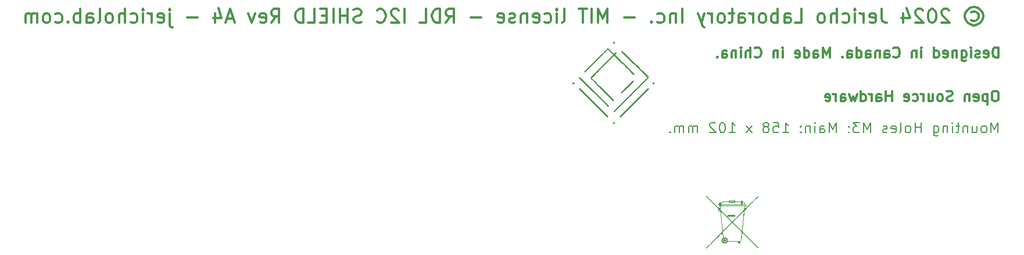
<source format=gbr>
%TF.GenerationSoftware,KiCad,Pcbnew,7.0.9*%
%TF.CreationDate,2024-04-09T00:56:21-04:00*%
%TF.ProjectId,WIRED-I2C-Shield-revA4,57495245-442d-4493-9243-2d536869656c,RevA4*%
%TF.SameCoordinates,Original*%
%TF.FileFunction,Legend,Bot*%
%TF.FilePolarity,Positive*%
%FSLAX46Y46*%
G04 Gerber Fmt 4.6, Leading zero omitted, Abs format (unit mm)*
G04 Created by KiCad (PCBNEW 7.0.9) date 2024-04-09 00:56:21*
%MOMM*%
%LPD*%
G01*
G04 APERTURE LIST*
%ADD10C,0.300000*%
%ADD11C,0.150000*%
%ADD12C,3.200000*%
%ADD13R,1.500000X1.500000*%
%ADD14C,1.500000*%
%ADD15C,3.500000*%
%ADD16C,3.250000*%
%ADD17C,2.300000*%
G04 APERTURE END LIST*
D10*
X217447244Y-32913828D02*
X217637721Y-32818590D01*
X217637721Y-32818590D02*
X218018673Y-32818590D01*
X218018673Y-32818590D02*
X218209149Y-32913828D01*
X218209149Y-32913828D02*
X218399625Y-33104304D01*
X218399625Y-33104304D02*
X218494863Y-33294780D01*
X218494863Y-33294780D02*
X218494863Y-33675733D01*
X218494863Y-33675733D02*
X218399625Y-33866209D01*
X218399625Y-33866209D02*
X218209149Y-34056685D01*
X218209149Y-34056685D02*
X218018673Y-34151923D01*
X218018673Y-34151923D02*
X217637721Y-34151923D01*
X217637721Y-34151923D02*
X217447244Y-34056685D01*
X217828197Y-32151923D02*
X218304387Y-32247161D01*
X218304387Y-32247161D02*
X218780578Y-32532876D01*
X218780578Y-32532876D02*
X219066292Y-33009066D01*
X219066292Y-33009066D02*
X219161530Y-33485257D01*
X219161530Y-33485257D02*
X219066292Y-33961447D01*
X219066292Y-33961447D02*
X218780578Y-34437638D01*
X218780578Y-34437638D02*
X218304387Y-34723352D01*
X218304387Y-34723352D02*
X217828197Y-34818590D01*
X217828197Y-34818590D02*
X217352006Y-34723352D01*
X217352006Y-34723352D02*
X216875816Y-34437638D01*
X216875816Y-34437638D02*
X216590102Y-33961447D01*
X216590102Y-33961447D02*
X216494863Y-33485257D01*
X216494863Y-33485257D02*
X216590102Y-33009066D01*
X216590102Y-33009066D02*
X216875816Y-32532876D01*
X216875816Y-32532876D02*
X217352006Y-32247161D01*
X217352006Y-32247161D02*
X217828197Y-32151923D01*
X214209149Y-32628114D02*
X214113911Y-32532876D01*
X214113911Y-32532876D02*
X213923435Y-32437638D01*
X213923435Y-32437638D02*
X213447244Y-32437638D01*
X213447244Y-32437638D02*
X213256768Y-32532876D01*
X213256768Y-32532876D02*
X213161530Y-32628114D01*
X213161530Y-32628114D02*
X213066292Y-32818590D01*
X213066292Y-32818590D02*
X213066292Y-33009066D01*
X213066292Y-33009066D02*
X213161530Y-33294780D01*
X213161530Y-33294780D02*
X214304387Y-34437638D01*
X214304387Y-34437638D02*
X213066292Y-34437638D01*
X211828197Y-32437638D02*
X211637720Y-32437638D01*
X211637720Y-32437638D02*
X211447244Y-32532876D01*
X211447244Y-32532876D02*
X211352006Y-32628114D01*
X211352006Y-32628114D02*
X211256768Y-32818590D01*
X211256768Y-32818590D02*
X211161530Y-33199542D01*
X211161530Y-33199542D02*
X211161530Y-33675733D01*
X211161530Y-33675733D02*
X211256768Y-34056685D01*
X211256768Y-34056685D02*
X211352006Y-34247161D01*
X211352006Y-34247161D02*
X211447244Y-34342400D01*
X211447244Y-34342400D02*
X211637720Y-34437638D01*
X211637720Y-34437638D02*
X211828197Y-34437638D01*
X211828197Y-34437638D02*
X212018673Y-34342400D01*
X212018673Y-34342400D02*
X212113911Y-34247161D01*
X212113911Y-34247161D02*
X212209149Y-34056685D01*
X212209149Y-34056685D02*
X212304387Y-33675733D01*
X212304387Y-33675733D02*
X212304387Y-33199542D01*
X212304387Y-33199542D02*
X212209149Y-32818590D01*
X212209149Y-32818590D02*
X212113911Y-32628114D01*
X212113911Y-32628114D02*
X212018673Y-32532876D01*
X212018673Y-32532876D02*
X211828197Y-32437638D01*
X210399625Y-32628114D02*
X210304387Y-32532876D01*
X210304387Y-32532876D02*
X210113911Y-32437638D01*
X210113911Y-32437638D02*
X209637720Y-32437638D01*
X209637720Y-32437638D02*
X209447244Y-32532876D01*
X209447244Y-32532876D02*
X209352006Y-32628114D01*
X209352006Y-32628114D02*
X209256768Y-32818590D01*
X209256768Y-32818590D02*
X209256768Y-33009066D01*
X209256768Y-33009066D02*
X209352006Y-33294780D01*
X209352006Y-33294780D02*
X210494863Y-34437638D01*
X210494863Y-34437638D02*
X209256768Y-34437638D01*
X207542482Y-33104304D02*
X207542482Y-34437638D01*
X208018673Y-32342400D02*
X208494863Y-33770971D01*
X208494863Y-33770971D02*
X207256768Y-33770971D01*
X204399624Y-32437638D02*
X204399624Y-33866209D01*
X204399624Y-33866209D02*
X204494863Y-34151923D01*
X204494863Y-34151923D02*
X204685339Y-34342400D01*
X204685339Y-34342400D02*
X204971053Y-34437638D01*
X204971053Y-34437638D02*
X205161529Y-34437638D01*
X202685338Y-34342400D02*
X202875814Y-34437638D01*
X202875814Y-34437638D02*
X203256767Y-34437638D01*
X203256767Y-34437638D02*
X203447243Y-34342400D01*
X203447243Y-34342400D02*
X203542481Y-34151923D01*
X203542481Y-34151923D02*
X203542481Y-33390019D01*
X203542481Y-33390019D02*
X203447243Y-33199542D01*
X203447243Y-33199542D02*
X203256767Y-33104304D01*
X203256767Y-33104304D02*
X202875814Y-33104304D01*
X202875814Y-33104304D02*
X202685338Y-33199542D01*
X202685338Y-33199542D02*
X202590100Y-33390019D01*
X202590100Y-33390019D02*
X202590100Y-33580495D01*
X202590100Y-33580495D02*
X203542481Y-33770971D01*
X201732957Y-34437638D02*
X201732957Y-33104304D01*
X201732957Y-33485257D02*
X201637719Y-33294780D01*
X201637719Y-33294780D02*
X201542481Y-33199542D01*
X201542481Y-33199542D02*
X201352005Y-33104304D01*
X201352005Y-33104304D02*
X201161528Y-33104304D01*
X200494862Y-34437638D02*
X200494862Y-33104304D01*
X200494862Y-32437638D02*
X200590100Y-32532876D01*
X200590100Y-32532876D02*
X200494862Y-32628114D01*
X200494862Y-32628114D02*
X200399624Y-32532876D01*
X200399624Y-32532876D02*
X200494862Y-32437638D01*
X200494862Y-32437638D02*
X200494862Y-32628114D01*
X198685338Y-34342400D02*
X198875814Y-34437638D01*
X198875814Y-34437638D02*
X199256767Y-34437638D01*
X199256767Y-34437638D02*
X199447243Y-34342400D01*
X199447243Y-34342400D02*
X199542481Y-34247161D01*
X199542481Y-34247161D02*
X199637719Y-34056685D01*
X199637719Y-34056685D02*
X199637719Y-33485257D01*
X199637719Y-33485257D02*
X199542481Y-33294780D01*
X199542481Y-33294780D02*
X199447243Y-33199542D01*
X199447243Y-33199542D02*
X199256767Y-33104304D01*
X199256767Y-33104304D02*
X198875814Y-33104304D01*
X198875814Y-33104304D02*
X198685338Y-33199542D01*
X197828195Y-34437638D02*
X197828195Y-32437638D01*
X196971052Y-34437638D02*
X196971052Y-33390019D01*
X196971052Y-33390019D02*
X197066290Y-33199542D01*
X197066290Y-33199542D02*
X197256766Y-33104304D01*
X197256766Y-33104304D02*
X197542481Y-33104304D01*
X197542481Y-33104304D02*
X197732957Y-33199542D01*
X197732957Y-33199542D02*
X197828195Y-33294780D01*
X195732957Y-34437638D02*
X195923433Y-34342400D01*
X195923433Y-34342400D02*
X196018671Y-34247161D01*
X196018671Y-34247161D02*
X196113909Y-34056685D01*
X196113909Y-34056685D02*
X196113909Y-33485257D01*
X196113909Y-33485257D02*
X196018671Y-33294780D01*
X196018671Y-33294780D02*
X195923433Y-33199542D01*
X195923433Y-33199542D02*
X195732957Y-33104304D01*
X195732957Y-33104304D02*
X195447242Y-33104304D01*
X195447242Y-33104304D02*
X195256766Y-33199542D01*
X195256766Y-33199542D02*
X195161528Y-33294780D01*
X195161528Y-33294780D02*
X195066290Y-33485257D01*
X195066290Y-33485257D02*
X195066290Y-34056685D01*
X195066290Y-34056685D02*
X195161528Y-34247161D01*
X195161528Y-34247161D02*
X195256766Y-34342400D01*
X195256766Y-34342400D02*
X195447242Y-34437638D01*
X195447242Y-34437638D02*
X195732957Y-34437638D01*
X191732956Y-34437638D02*
X192685337Y-34437638D01*
X192685337Y-34437638D02*
X192685337Y-32437638D01*
X190209146Y-34437638D02*
X190209146Y-33390019D01*
X190209146Y-33390019D02*
X190304384Y-33199542D01*
X190304384Y-33199542D02*
X190494860Y-33104304D01*
X190494860Y-33104304D02*
X190875813Y-33104304D01*
X190875813Y-33104304D02*
X191066289Y-33199542D01*
X190209146Y-34342400D02*
X190399622Y-34437638D01*
X190399622Y-34437638D02*
X190875813Y-34437638D01*
X190875813Y-34437638D02*
X191066289Y-34342400D01*
X191066289Y-34342400D02*
X191161527Y-34151923D01*
X191161527Y-34151923D02*
X191161527Y-33961447D01*
X191161527Y-33961447D02*
X191066289Y-33770971D01*
X191066289Y-33770971D02*
X190875813Y-33675733D01*
X190875813Y-33675733D02*
X190399622Y-33675733D01*
X190399622Y-33675733D02*
X190209146Y-33580495D01*
X189256765Y-34437638D02*
X189256765Y-32437638D01*
X189256765Y-33199542D02*
X189066289Y-33104304D01*
X189066289Y-33104304D02*
X188685336Y-33104304D01*
X188685336Y-33104304D02*
X188494860Y-33199542D01*
X188494860Y-33199542D02*
X188399622Y-33294780D01*
X188399622Y-33294780D02*
X188304384Y-33485257D01*
X188304384Y-33485257D02*
X188304384Y-34056685D01*
X188304384Y-34056685D02*
X188399622Y-34247161D01*
X188399622Y-34247161D02*
X188494860Y-34342400D01*
X188494860Y-34342400D02*
X188685336Y-34437638D01*
X188685336Y-34437638D02*
X189066289Y-34437638D01*
X189066289Y-34437638D02*
X189256765Y-34342400D01*
X187161527Y-34437638D02*
X187352003Y-34342400D01*
X187352003Y-34342400D02*
X187447241Y-34247161D01*
X187447241Y-34247161D02*
X187542479Y-34056685D01*
X187542479Y-34056685D02*
X187542479Y-33485257D01*
X187542479Y-33485257D02*
X187447241Y-33294780D01*
X187447241Y-33294780D02*
X187352003Y-33199542D01*
X187352003Y-33199542D02*
X187161527Y-33104304D01*
X187161527Y-33104304D02*
X186875812Y-33104304D01*
X186875812Y-33104304D02*
X186685336Y-33199542D01*
X186685336Y-33199542D02*
X186590098Y-33294780D01*
X186590098Y-33294780D02*
X186494860Y-33485257D01*
X186494860Y-33485257D02*
X186494860Y-34056685D01*
X186494860Y-34056685D02*
X186590098Y-34247161D01*
X186590098Y-34247161D02*
X186685336Y-34342400D01*
X186685336Y-34342400D02*
X186875812Y-34437638D01*
X186875812Y-34437638D02*
X187161527Y-34437638D01*
X185637717Y-34437638D02*
X185637717Y-33104304D01*
X185637717Y-33485257D02*
X185542479Y-33294780D01*
X185542479Y-33294780D02*
X185447241Y-33199542D01*
X185447241Y-33199542D02*
X185256765Y-33104304D01*
X185256765Y-33104304D02*
X185066288Y-33104304D01*
X183542479Y-34437638D02*
X183542479Y-33390019D01*
X183542479Y-33390019D02*
X183637717Y-33199542D01*
X183637717Y-33199542D02*
X183828193Y-33104304D01*
X183828193Y-33104304D02*
X184209146Y-33104304D01*
X184209146Y-33104304D02*
X184399622Y-33199542D01*
X183542479Y-34342400D02*
X183732955Y-34437638D01*
X183732955Y-34437638D02*
X184209146Y-34437638D01*
X184209146Y-34437638D02*
X184399622Y-34342400D01*
X184399622Y-34342400D02*
X184494860Y-34151923D01*
X184494860Y-34151923D02*
X184494860Y-33961447D01*
X184494860Y-33961447D02*
X184399622Y-33770971D01*
X184399622Y-33770971D02*
X184209146Y-33675733D01*
X184209146Y-33675733D02*
X183732955Y-33675733D01*
X183732955Y-33675733D02*
X183542479Y-33580495D01*
X182875812Y-33104304D02*
X182113908Y-33104304D01*
X182590098Y-32437638D02*
X182590098Y-34151923D01*
X182590098Y-34151923D02*
X182494860Y-34342400D01*
X182494860Y-34342400D02*
X182304384Y-34437638D01*
X182304384Y-34437638D02*
X182113908Y-34437638D01*
X181161527Y-34437638D02*
X181352003Y-34342400D01*
X181352003Y-34342400D02*
X181447241Y-34247161D01*
X181447241Y-34247161D02*
X181542479Y-34056685D01*
X181542479Y-34056685D02*
X181542479Y-33485257D01*
X181542479Y-33485257D02*
X181447241Y-33294780D01*
X181447241Y-33294780D02*
X181352003Y-33199542D01*
X181352003Y-33199542D02*
X181161527Y-33104304D01*
X181161527Y-33104304D02*
X180875812Y-33104304D01*
X180875812Y-33104304D02*
X180685336Y-33199542D01*
X180685336Y-33199542D02*
X180590098Y-33294780D01*
X180590098Y-33294780D02*
X180494860Y-33485257D01*
X180494860Y-33485257D02*
X180494860Y-34056685D01*
X180494860Y-34056685D02*
X180590098Y-34247161D01*
X180590098Y-34247161D02*
X180685336Y-34342400D01*
X180685336Y-34342400D02*
X180875812Y-34437638D01*
X180875812Y-34437638D02*
X181161527Y-34437638D01*
X179637717Y-34437638D02*
X179637717Y-33104304D01*
X179637717Y-33485257D02*
X179542479Y-33294780D01*
X179542479Y-33294780D02*
X179447241Y-33199542D01*
X179447241Y-33199542D02*
X179256765Y-33104304D01*
X179256765Y-33104304D02*
X179066288Y-33104304D01*
X178590098Y-33104304D02*
X178113908Y-34437638D01*
X177637717Y-33104304D02*
X178113908Y-34437638D01*
X178113908Y-34437638D02*
X178304384Y-34913828D01*
X178304384Y-34913828D02*
X178399622Y-35009066D01*
X178399622Y-35009066D02*
X178590098Y-35104304D01*
X175352002Y-34437638D02*
X175352002Y-32437638D01*
X174399621Y-33104304D02*
X174399621Y-34437638D01*
X174399621Y-33294780D02*
X174304383Y-33199542D01*
X174304383Y-33199542D02*
X174113907Y-33104304D01*
X174113907Y-33104304D02*
X173828192Y-33104304D01*
X173828192Y-33104304D02*
X173637716Y-33199542D01*
X173637716Y-33199542D02*
X173542478Y-33390019D01*
X173542478Y-33390019D02*
X173542478Y-34437638D01*
X171732954Y-34342400D02*
X171923430Y-34437638D01*
X171923430Y-34437638D02*
X172304383Y-34437638D01*
X172304383Y-34437638D02*
X172494859Y-34342400D01*
X172494859Y-34342400D02*
X172590097Y-34247161D01*
X172590097Y-34247161D02*
X172685335Y-34056685D01*
X172685335Y-34056685D02*
X172685335Y-33485257D01*
X172685335Y-33485257D02*
X172590097Y-33294780D01*
X172590097Y-33294780D02*
X172494859Y-33199542D01*
X172494859Y-33199542D02*
X172304383Y-33104304D01*
X172304383Y-33104304D02*
X171923430Y-33104304D01*
X171923430Y-33104304D02*
X171732954Y-33199542D01*
X170875811Y-34247161D02*
X170780573Y-34342400D01*
X170780573Y-34342400D02*
X170875811Y-34437638D01*
X170875811Y-34437638D02*
X170971049Y-34342400D01*
X170971049Y-34342400D02*
X170875811Y-34247161D01*
X170875811Y-34247161D02*
X170875811Y-34437638D01*
X168399620Y-33675733D02*
X166875811Y-33675733D01*
X164399620Y-34437638D02*
X164399620Y-32437638D01*
X164399620Y-32437638D02*
X163732953Y-33866209D01*
X163732953Y-33866209D02*
X163066287Y-32437638D01*
X163066287Y-32437638D02*
X163066287Y-34437638D01*
X162113906Y-34437638D02*
X162113906Y-32437638D01*
X161447239Y-32437638D02*
X160304382Y-32437638D01*
X160875811Y-34437638D02*
X160875811Y-32437638D01*
X157828191Y-34437638D02*
X158018667Y-34342400D01*
X158018667Y-34342400D02*
X158113905Y-34151923D01*
X158113905Y-34151923D02*
X158113905Y-32437638D01*
X157066286Y-34437638D02*
X157066286Y-33104304D01*
X157066286Y-32437638D02*
X157161524Y-32532876D01*
X157161524Y-32532876D02*
X157066286Y-32628114D01*
X157066286Y-32628114D02*
X156971048Y-32532876D01*
X156971048Y-32532876D02*
X157066286Y-32437638D01*
X157066286Y-32437638D02*
X157066286Y-32628114D01*
X155256762Y-34342400D02*
X155447238Y-34437638D01*
X155447238Y-34437638D02*
X155828191Y-34437638D01*
X155828191Y-34437638D02*
X156018667Y-34342400D01*
X156018667Y-34342400D02*
X156113905Y-34247161D01*
X156113905Y-34247161D02*
X156209143Y-34056685D01*
X156209143Y-34056685D02*
X156209143Y-33485257D01*
X156209143Y-33485257D02*
X156113905Y-33294780D01*
X156113905Y-33294780D02*
X156018667Y-33199542D01*
X156018667Y-33199542D02*
X155828191Y-33104304D01*
X155828191Y-33104304D02*
X155447238Y-33104304D01*
X155447238Y-33104304D02*
X155256762Y-33199542D01*
X153637714Y-34342400D02*
X153828190Y-34437638D01*
X153828190Y-34437638D02*
X154209143Y-34437638D01*
X154209143Y-34437638D02*
X154399619Y-34342400D01*
X154399619Y-34342400D02*
X154494857Y-34151923D01*
X154494857Y-34151923D02*
X154494857Y-33390019D01*
X154494857Y-33390019D02*
X154399619Y-33199542D01*
X154399619Y-33199542D02*
X154209143Y-33104304D01*
X154209143Y-33104304D02*
X153828190Y-33104304D01*
X153828190Y-33104304D02*
X153637714Y-33199542D01*
X153637714Y-33199542D02*
X153542476Y-33390019D01*
X153542476Y-33390019D02*
X153542476Y-33580495D01*
X153542476Y-33580495D02*
X154494857Y-33770971D01*
X152685333Y-33104304D02*
X152685333Y-34437638D01*
X152685333Y-33294780D02*
X152590095Y-33199542D01*
X152590095Y-33199542D02*
X152399619Y-33104304D01*
X152399619Y-33104304D02*
X152113904Y-33104304D01*
X152113904Y-33104304D02*
X151923428Y-33199542D01*
X151923428Y-33199542D02*
X151828190Y-33390019D01*
X151828190Y-33390019D02*
X151828190Y-34437638D01*
X150971047Y-34342400D02*
X150780571Y-34437638D01*
X150780571Y-34437638D02*
X150399619Y-34437638D01*
X150399619Y-34437638D02*
X150209142Y-34342400D01*
X150209142Y-34342400D02*
X150113904Y-34151923D01*
X150113904Y-34151923D02*
X150113904Y-34056685D01*
X150113904Y-34056685D02*
X150209142Y-33866209D01*
X150209142Y-33866209D02*
X150399619Y-33770971D01*
X150399619Y-33770971D02*
X150685333Y-33770971D01*
X150685333Y-33770971D02*
X150875809Y-33675733D01*
X150875809Y-33675733D02*
X150971047Y-33485257D01*
X150971047Y-33485257D02*
X150971047Y-33390019D01*
X150971047Y-33390019D02*
X150875809Y-33199542D01*
X150875809Y-33199542D02*
X150685333Y-33104304D01*
X150685333Y-33104304D02*
X150399619Y-33104304D01*
X150399619Y-33104304D02*
X150209142Y-33199542D01*
X148494856Y-34342400D02*
X148685332Y-34437638D01*
X148685332Y-34437638D02*
X149066285Y-34437638D01*
X149066285Y-34437638D02*
X149256761Y-34342400D01*
X149256761Y-34342400D02*
X149351999Y-34151923D01*
X149351999Y-34151923D02*
X149351999Y-33390019D01*
X149351999Y-33390019D02*
X149256761Y-33199542D01*
X149256761Y-33199542D02*
X149066285Y-33104304D01*
X149066285Y-33104304D02*
X148685332Y-33104304D01*
X148685332Y-33104304D02*
X148494856Y-33199542D01*
X148494856Y-33199542D02*
X148399618Y-33390019D01*
X148399618Y-33390019D02*
X148399618Y-33580495D01*
X148399618Y-33580495D02*
X149351999Y-33770971D01*
X146018665Y-33675733D02*
X144494856Y-33675733D01*
X140875808Y-34437638D02*
X141542475Y-33485257D01*
X142018665Y-34437638D02*
X142018665Y-32437638D01*
X142018665Y-32437638D02*
X141256760Y-32437638D01*
X141256760Y-32437638D02*
X141066284Y-32532876D01*
X141066284Y-32532876D02*
X140971046Y-32628114D01*
X140971046Y-32628114D02*
X140875808Y-32818590D01*
X140875808Y-32818590D02*
X140875808Y-33104304D01*
X140875808Y-33104304D02*
X140971046Y-33294780D01*
X140971046Y-33294780D02*
X141066284Y-33390019D01*
X141066284Y-33390019D02*
X141256760Y-33485257D01*
X141256760Y-33485257D02*
X142018665Y-33485257D01*
X140018665Y-34437638D02*
X140018665Y-32437638D01*
X140018665Y-32437638D02*
X139542475Y-32437638D01*
X139542475Y-32437638D02*
X139256760Y-32532876D01*
X139256760Y-32532876D02*
X139066284Y-32723352D01*
X139066284Y-32723352D02*
X138971046Y-32913828D01*
X138971046Y-32913828D02*
X138875808Y-33294780D01*
X138875808Y-33294780D02*
X138875808Y-33580495D01*
X138875808Y-33580495D02*
X138971046Y-33961447D01*
X138971046Y-33961447D02*
X139066284Y-34151923D01*
X139066284Y-34151923D02*
X139256760Y-34342400D01*
X139256760Y-34342400D02*
X139542475Y-34437638D01*
X139542475Y-34437638D02*
X140018665Y-34437638D01*
X137066284Y-34437638D02*
X138018665Y-34437638D01*
X138018665Y-34437638D02*
X138018665Y-32437638D01*
X134875807Y-34437638D02*
X134875807Y-32437638D01*
X134018664Y-32628114D02*
X133923426Y-32532876D01*
X133923426Y-32532876D02*
X133732950Y-32437638D01*
X133732950Y-32437638D02*
X133256759Y-32437638D01*
X133256759Y-32437638D02*
X133066283Y-32532876D01*
X133066283Y-32532876D02*
X132971045Y-32628114D01*
X132971045Y-32628114D02*
X132875807Y-32818590D01*
X132875807Y-32818590D02*
X132875807Y-33009066D01*
X132875807Y-33009066D02*
X132971045Y-33294780D01*
X132971045Y-33294780D02*
X134113902Y-34437638D01*
X134113902Y-34437638D02*
X132875807Y-34437638D01*
X130875807Y-34247161D02*
X130971045Y-34342400D01*
X130971045Y-34342400D02*
X131256759Y-34437638D01*
X131256759Y-34437638D02*
X131447235Y-34437638D01*
X131447235Y-34437638D02*
X131732950Y-34342400D01*
X131732950Y-34342400D02*
X131923426Y-34151923D01*
X131923426Y-34151923D02*
X132018664Y-33961447D01*
X132018664Y-33961447D02*
X132113902Y-33580495D01*
X132113902Y-33580495D02*
X132113902Y-33294780D01*
X132113902Y-33294780D02*
X132018664Y-32913828D01*
X132018664Y-32913828D02*
X131923426Y-32723352D01*
X131923426Y-32723352D02*
X131732950Y-32532876D01*
X131732950Y-32532876D02*
X131447235Y-32437638D01*
X131447235Y-32437638D02*
X131256759Y-32437638D01*
X131256759Y-32437638D02*
X130971045Y-32532876D01*
X130971045Y-32532876D02*
X130875807Y-32628114D01*
X128590092Y-34342400D02*
X128304378Y-34437638D01*
X128304378Y-34437638D02*
X127828187Y-34437638D01*
X127828187Y-34437638D02*
X127637711Y-34342400D01*
X127637711Y-34342400D02*
X127542473Y-34247161D01*
X127542473Y-34247161D02*
X127447235Y-34056685D01*
X127447235Y-34056685D02*
X127447235Y-33866209D01*
X127447235Y-33866209D02*
X127542473Y-33675733D01*
X127542473Y-33675733D02*
X127637711Y-33580495D01*
X127637711Y-33580495D02*
X127828187Y-33485257D01*
X127828187Y-33485257D02*
X128209140Y-33390019D01*
X128209140Y-33390019D02*
X128399616Y-33294780D01*
X128399616Y-33294780D02*
X128494854Y-33199542D01*
X128494854Y-33199542D02*
X128590092Y-33009066D01*
X128590092Y-33009066D02*
X128590092Y-32818590D01*
X128590092Y-32818590D02*
X128494854Y-32628114D01*
X128494854Y-32628114D02*
X128399616Y-32532876D01*
X128399616Y-32532876D02*
X128209140Y-32437638D01*
X128209140Y-32437638D02*
X127732949Y-32437638D01*
X127732949Y-32437638D02*
X127447235Y-32532876D01*
X126590092Y-34437638D02*
X126590092Y-32437638D01*
X126590092Y-33390019D02*
X125447235Y-33390019D01*
X125447235Y-34437638D02*
X125447235Y-32437638D01*
X124494854Y-34437638D02*
X124494854Y-32437638D01*
X123542473Y-33390019D02*
X122875806Y-33390019D01*
X122590092Y-34437638D02*
X123542473Y-34437638D01*
X123542473Y-34437638D02*
X123542473Y-32437638D01*
X123542473Y-32437638D02*
X122590092Y-32437638D01*
X120780568Y-34437638D02*
X121732949Y-34437638D01*
X121732949Y-34437638D02*
X121732949Y-32437638D01*
X120113901Y-34437638D02*
X120113901Y-32437638D01*
X120113901Y-32437638D02*
X119637711Y-32437638D01*
X119637711Y-32437638D02*
X119351996Y-32532876D01*
X119351996Y-32532876D02*
X119161520Y-32723352D01*
X119161520Y-32723352D02*
X119066282Y-32913828D01*
X119066282Y-32913828D02*
X118971044Y-33294780D01*
X118971044Y-33294780D02*
X118971044Y-33580495D01*
X118971044Y-33580495D02*
X119066282Y-33961447D01*
X119066282Y-33961447D02*
X119161520Y-34151923D01*
X119161520Y-34151923D02*
X119351996Y-34342400D01*
X119351996Y-34342400D02*
X119637711Y-34437638D01*
X119637711Y-34437638D02*
X120113901Y-34437638D01*
X115447234Y-34437638D02*
X116113901Y-33485257D01*
X116590091Y-34437638D02*
X116590091Y-32437638D01*
X116590091Y-32437638D02*
X115828186Y-32437638D01*
X115828186Y-32437638D02*
X115637710Y-32532876D01*
X115637710Y-32532876D02*
X115542472Y-32628114D01*
X115542472Y-32628114D02*
X115447234Y-32818590D01*
X115447234Y-32818590D02*
X115447234Y-33104304D01*
X115447234Y-33104304D02*
X115542472Y-33294780D01*
X115542472Y-33294780D02*
X115637710Y-33390019D01*
X115637710Y-33390019D02*
X115828186Y-33485257D01*
X115828186Y-33485257D02*
X116590091Y-33485257D01*
X113828186Y-34342400D02*
X114018662Y-34437638D01*
X114018662Y-34437638D02*
X114399615Y-34437638D01*
X114399615Y-34437638D02*
X114590091Y-34342400D01*
X114590091Y-34342400D02*
X114685329Y-34151923D01*
X114685329Y-34151923D02*
X114685329Y-33390019D01*
X114685329Y-33390019D02*
X114590091Y-33199542D01*
X114590091Y-33199542D02*
X114399615Y-33104304D01*
X114399615Y-33104304D02*
X114018662Y-33104304D01*
X114018662Y-33104304D02*
X113828186Y-33199542D01*
X113828186Y-33199542D02*
X113732948Y-33390019D01*
X113732948Y-33390019D02*
X113732948Y-33580495D01*
X113732948Y-33580495D02*
X114685329Y-33770971D01*
X113066281Y-33104304D02*
X112590091Y-34437638D01*
X112590091Y-34437638D02*
X112113900Y-33104304D01*
X109923423Y-33866209D02*
X108971042Y-33866209D01*
X110113899Y-34437638D02*
X109447233Y-32437638D01*
X109447233Y-32437638D02*
X108780566Y-34437638D01*
X107256756Y-33104304D02*
X107256756Y-34437638D01*
X107732947Y-32342400D02*
X108209137Y-33770971D01*
X108209137Y-33770971D02*
X106971042Y-33770971D01*
X104685327Y-33675733D02*
X103161518Y-33675733D01*
X100685327Y-33104304D02*
X100685327Y-34818590D01*
X100685327Y-34818590D02*
X100780565Y-35009066D01*
X100780565Y-35009066D02*
X100971041Y-35104304D01*
X100971041Y-35104304D02*
X101066279Y-35104304D01*
X100685327Y-32437638D02*
X100780565Y-32532876D01*
X100780565Y-32532876D02*
X100685327Y-32628114D01*
X100685327Y-32628114D02*
X100590089Y-32532876D01*
X100590089Y-32532876D02*
X100685327Y-32437638D01*
X100685327Y-32437638D02*
X100685327Y-32628114D01*
X98971041Y-34342400D02*
X99161517Y-34437638D01*
X99161517Y-34437638D02*
X99542470Y-34437638D01*
X99542470Y-34437638D02*
X99732946Y-34342400D01*
X99732946Y-34342400D02*
X99828184Y-34151923D01*
X99828184Y-34151923D02*
X99828184Y-33390019D01*
X99828184Y-33390019D02*
X99732946Y-33199542D01*
X99732946Y-33199542D02*
X99542470Y-33104304D01*
X99542470Y-33104304D02*
X99161517Y-33104304D01*
X99161517Y-33104304D02*
X98971041Y-33199542D01*
X98971041Y-33199542D02*
X98875803Y-33390019D01*
X98875803Y-33390019D02*
X98875803Y-33580495D01*
X98875803Y-33580495D02*
X99828184Y-33770971D01*
X98018660Y-34437638D02*
X98018660Y-33104304D01*
X98018660Y-33485257D02*
X97923422Y-33294780D01*
X97923422Y-33294780D02*
X97828184Y-33199542D01*
X97828184Y-33199542D02*
X97637708Y-33104304D01*
X97637708Y-33104304D02*
X97447231Y-33104304D01*
X96780565Y-34437638D02*
X96780565Y-33104304D01*
X96780565Y-32437638D02*
X96875803Y-32532876D01*
X96875803Y-32532876D02*
X96780565Y-32628114D01*
X96780565Y-32628114D02*
X96685327Y-32532876D01*
X96685327Y-32532876D02*
X96780565Y-32437638D01*
X96780565Y-32437638D02*
X96780565Y-32628114D01*
X94971041Y-34342400D02*
X95161517Y-34437638D01*
X95161517Y-34437638D02*
X95542470Y-34437638D01*
X95542470Y-34437638D02*
X95732946Y-34342400D01*
X95732946Y-34342400D02*
X95828184Y-34247161D01*
X95828184Y-34247161D02*
X95923422Y-34056685D01*
X95923422Y-34056685D02*
X95923422Y-33485257D01*
X95923422Y-33485257D02*
X95828184Y-33294780D01*
X95828184Y-33294780D02*
X95732946Y-33199542D01*
X95732946Y-33199542D02*
X95542470Y-33104304D01*
X95542470Y-33104304D02*
X95161517Y-33104304D01*
X95161517Y-33104304D02*
X94971041Y-33199542D01*
X94113898Y-34437638D02*
X94113898Y-32437638D01*
X93256755Y-34437638D02*
X93256755Y-33390019D01*
X93256755Y-33390019D02*
X93351993Y-33199542D01*
X93351993Y-33199542D02*
X93542469Y-33104304D01*
X93542469Y-33104304D02*
X93828184Y-33104304D01*
X93828184Y-33104304D02*
X94018660Y-33199542D01*
X94018660Y-33199542D02*
X94113898Y-33294780D01*
X92018660Y-34437638D02*
X92209136Y-34342400D01*
X92209136Y-34342400D02*
X92304374Y-34247161D01*
X92304374Y-34247161D02*
X92399612Y-34056685D01*
X92399612Y-34056685D02*
X92399612Y-33485257D01*
X92399612Y-33485257D02*
X92304374Y-33294780D01*
X92304374Y-33294780D02*
X92209136Y-33199542D01*
X92209136Y-33199542D02*
X92018660Y-33104304D01*
X92018660Y-33104304D02*
X91732945Y-33104304D01*
X91732945Y-33104304D02*
X91542469Y-33199542D01*
X91542469Y-33199542D02*
X91447231Y-33294780D01*
X91447231Y-33294780D02*
X91351993Y-33485257D01*
X91351993Y-33485257D02*
X91351993Y-34056685D01*
X91351993Y-34056685D02*
X91447231Y-34247161D01*
X91447231Y-34247161D02*
X91542469Y-34342400D01*
X91542469Y-34342400D02*
X91732945Y-34437638D01*
X91732945Y-34437638D02*
X92018660Y-34437638D01*
X90209136Y-34437638D02*
X90399612Y-34342400D01*
X90399612Y-34342400D02*
X90494850Y-34151923D01*
X90494850Y-34151923D02*
X90494850Y-32437638D01*
X88590088Y-34437638D02*
X88590088Y-33390019D01*
X88590088Y-33390019D02*
X88685326Y-33199542D01*
X88685326Y-33199542D02*
X88875802Y-33104304D01*
X88875802Y-33104304D02*
X89256755Y-33104304D01*
X89256755Y-33104304D02*
X89447231Y-33199542D01*
X88590088Y-34342400D02*
X88780564Y-34437638D01*
X88780564Y-34437638D02*
X89256755Y-34437638D01*
X89256755Y-34437638D02*
X89447231Y-34342400D01*
X89447231Y-34342400D02*
X89542469Y-34151923D01*
X89542469Y-34151923D02*
X89542469Y-33961447D01*
X89542469Y-33961447D02*
X89447231Y-33770971D01*
X89447231Y-33770971D02*
X89256755Y-33675733D01*
X89256755Y-33675733D02*
X88780564Y-33675733D01*
X88780564Y-33675733D02*
X88590088Y-33580495D01*
X87637707Y-34437638D02*
X87637707Y-32437638D01*
X87637707Y-33199542D02*
X87447231Y-33104304D01*
X87447231Y-33104304D02*
X87066278Y-33104304D01*
X87066278Y-33104304D02*
X86875802Y-33199542D01*
X86875802Y-33199542D02*
X86780564Y-33294780D01*
X86780564Y-33294780D02*
X86685326Y-33485257D01*
X86685326Y-33485257D02*
X86685326Y-34056685D01*
X86685326Y-34056685D02*
X86780564Y-34247161D01*
X86780564Y-34247161D02*
X86875802Y-34342400D01*
X86875802Y-34342400D02*
X87066278Y-34437638D01*
X87066278Y-34437638D02*
X87447231Y-34437638D01*
X87447231Y-34437638D02*
X87637707Y-34342400D01*
X85828183Y-34247161D02*
X85732945Y-34342400D01*
X85732945Y-34342400D02*
X85828183Y-34437638D01*
X85828183Y-34437638D02*
X85923421Y-34342400D01*
X85923421Y-34342400D02*
X85828183Y-34247161D01*
X85828183Y-34247161D02*
X85828183Y-34437638D01*
X84018659Y-34342400D02*
X84209135Y-34437638D01*
X84209135Y-34437638D02*
X84590088Y-34437638D01*
X84590088Y-34437638D02*
X84780564Y-34342400D01*
X84780564Y-34342400D02*
X84875802Y-34247161D01*
X84875802Y-34247161D02*
X84971040Y-34056685D01*
X84971040Y-34056685D02*
X84971040Y-33485257D01*
X84971040Y-33485257D02*
X84875802Y-33294780D01*
X84875802Y-33294780D02*
X84780564Y-33199542D01*
X84780564Y-33199542D02*
X84590088Y-33104304D01*
X84590088Y-33104304D02*
X84209135Y-33104304D01*
X84209135Y-33104304D02*
X84018659Y-33199542D01*
X82875802Y-34437638D02*
X83066278Y-34342400D01*
X83066278Y-34342400D02*
X83161516Y-34247161D01*
X83161516Y-34247161D02*
X83256754Y-34056685D01*
X83256754Y-34056685D02*
X83256754Y-33485257D01*
X83256754Y-33485257D02*
X83161516Y-33294780D01*
X83161516Y-33294780D02*
X83066278Y-33199542D01*
X83066278Y-33199542D02*
X82875802Y-33104304D01*
X82875802Y-33104304D02*
X82590087Y-33104304D01*
X82590087Y-33104304D02*
X82399611Y-33199542D01*
X82399611Y-33199542D02*
X82304373Y-33294780D01*
X82304373Y-33294780D02*
X82209135Y-33485257D01*
X82209135Y-33485257D02*
X82209135Y-34056685D01*
X82209135Y-34056685D02*
X82304373Y-34247161D01*
X82304373Y-34247161D02*
X82399611Y-34342400D01*
X82399611Y-34342400D02*
X82590087Y-34437638D01*
X82590087Y-34437638D02*
X82875802Y-34437638D01*
X81351992Y-34437638D02*
X81351992Y-33104304D01*
X81351992Y-33294780D02*
X81256754Y-33199542D01*
X81256754Y-33199542D02*
X81066278Y-33104304D01*
X81066278Y-33104304D02*
X80780563Y-33104304D01*
X80780563Y-33104304D02*
X80590087Y-33199542D01*
X80590087Y-33199542D02*
X80494849Y-33390019D01*
X80494849Y-33390019D02*
X80494849Y-34437638D01*
X80494849Y-33390019D02*
X80399611Y-33199542D01*
X80399611Y-33199542D02*
X80209135Y-33104304D01*
X80209135Y-33104304D02*
X79923421Y-33104304D01*
X79923421Y-33104304D02*
X79732944Y-33199542D01*
X79732944Y-33199542D02*
X79637706Y-33390019D01*
X79637706Y-33390019D02*
X79637706Y-34437638D01*
X221073713Y-44390328D02*
X220787999Y-44390328D01*
X220787999Y-44390328D02*
X220645142Y-44461757D01*
X220645142Y-44461757D02*
X220502285Y-44604614D01*
X220502285Y-44604614D02*
X220430856Y-44890328D01*
X220430856Y-44890328D02*
X220430856Y-45390328D01*
X220430856Y-45390328D02*
X220502285Y-45676042D01*
X220502285Y-45676042D02*
X220645142Y-45818900D01*
X220645142Y-45818900D02*
X220787999Y-45890328D01*
X220787999Y-45890328D02*
X221073713Y-45890328D01*
X221073713Y-45890328D02*
X221216571Y-45818900D01*
X221216571Y-45818900D02*
X221359428Y-45676042D01*
X221359428Y-45676042D02*
X221430856Y-45390328D01*
X221430856Y-45390328D02*
X221430856Y-44890328D01*
X221430856Y-44890328D02*
X221359428Y-44604614D01*
X221359428Y-44604614D02*
X221216571Y-44461757D01*
X221216571Y-44461757D02*
X221073713Y-44390328D01*
X219787999Y-44890328D02*
X219787999Y-46390328D01*
X219787999Y-44961757D02*
X219645142Y-44890328D01*
X219645142Y-44890328D02*
X219359427Y-44890328D01*
X219359427Y-44890328D02*
X219216570Y-44961757D01*
X219216570Y-44961757D02*
X219145142Y-45033185D01*
X219145142Y-45033185D02*
X219073713Y-45176042D01*
X219073713Y-45176042D02*
X219073713Y-45604614D01*
X219073713Y-45604614D02*
X219145142Y-45747471D01*
X219145142Y-45747471D02*
X219216570Y-45818900D01*
X219216570Y-45818900D02*
X219359427Y-45890328D01*
X219359427Y-45890328D02*
X219645142Y-45890328D01*
X219645142Y-45890328D02*
X219787999Y-45818900D01*
X217859427Y-45818900D02*
X218002284Y-45890328D01*
X218002284Y-45890328D02*
X218287999Y-45890328D01*
X218287999Y-45890328D02*
X218430856Y-45818900D01*
X218430856Y-45818900D02*
X218502284Y-45676042D01*
X218502284Y-45676042D02*
X218502284Y-45104614D01*
X218502284Y-45104614D02*
X218430856Y-44961757D01*
X218430856Y-44961757D02*
X218287999Y-44890328D01*
X218287999Y-44890328D02*
X218002284Y-44890328D01*
X218002284Y-44890328D02*
X217859427Y-44961757D01*
X217859427Y-44961757D02*
X217787999Y-45104614D01*
X217787999Y-45104614D02*
X217787999Y-45247471D01*
X217787999Y-45247471D02*
X218502284Y-45390328D01*
X217145142Y-44890328D02*
X217145142Y-45890328D01*
X217145142Y-45033185D02*
X217073713Y-44961757D01*
X217073713Y-44961757D02*
X216930856Y-44890328D01*
X216930856Y-44890328D02*
X216716570Y-44890328D01*
X216716570Y-44890328D02*
X216573713Y-44961757D01*
X216573713Y-44961757D02*
X216502285Y-45104614D01*
X216502285Y-45104614D02*
X216502285Y-45890328D01*
X214716570Y-45818900D02*
X214502285Y-45890328D01*
X214502285Y-45890328D02*
X214145142Y-45890328D01*
X214145142Y-45890328D02*
X214002285Y-45818900D01*
X214002285Y-45818900D02*
X213930856Y-45747471D01*
X213930856Y-45747471D02*
X213859427Y-45604614D01*
X213859427Y-45604614D02*
X213859427Y-45461757D01*
X213859427Y-45461757D02*
X213930856Y-45318900D01*
X213930856Y-45318900D02*
X214002285Y-45247471D01*
X214002285Y-45247471D02*
X214145142Y-45176042D01*
X214145142Y-45176042D02*
X214430856Y-45104614D01*
X214430856Y-45104614D02*
X214573713Y-45033185D01*
X214573713Y-45033185D02*
X214645142Y-44961757D01*
X214645142Y-44961757D02*
X214716570Y-44818900D01*
X214716570Y-44818900D02*
X214716570Y-44676042D01*
X214716570Y-44676042D02*
X214645142Y-44533185D01*
X214645142Y-44533185D02*
X214573713Y-44461757D01*
X214573713Y-44461757D02*
X214430856Y-44390328D01*
X214430856Y-44390328D02*
X214073713Y-44390328D01*
X214073713Y-44390328D02*
X213859427Y-44461757D01*
X213002285Y-45890328D02*
X213145142Y-45818900D01*
X213145142Y-45818900D02*
X213216571Y-45747471D01*
X213216571Y-45747471D02*
X213287999Y-45604614D01*
X213287999Y-45604614D02*
X213287999Y-45176042D01*
X213287999Y-45176042D02*
X213216571Y-45033185D01*
X213216571Y-45033185D02*
X213145142Y-44961757D01*
X213145142Y-44961757D02*
X213002285Y-44890328D01*
X213002285Y-44890328D02*
X212787999Y-44890328D01*
X212787999Y-44890328D02*
X212645142Y-44961757D01*
X212645142Y-44961757D02*
X212573714Y-45033185D01*
X212573714Y-45033185D02*
X212502285Y-45176042D01*
X212502285Y-45176042D02*
X212502285Y-45604614D01*
X212502285Y-45604614D02*
X212573714Y-45747471D01*
X212573714Y-45747471D02*
X212645142Y-45818900D01*
X212645142Y-45818900D02*
X212787999Y-45890328D01*
X212787999Y-45890328D02*
X213002285Y-45890328D01*
X211216571Y-44890328D02*
X211216571Y-45890328D01*
X211859428Y-44890328D02*
X211859428Y-45676042D01*
X211859428Y-45676042D02*
X211787999Y-45818900D01*
X211787999Y-45818900D02*
X211645142Y-45890328D01*
X211645142Y-45890328D02*
X211430856Y-45890328D01*
X211430856Y-45890328D02*
X211287999Y-45818900D01*
X211287999Y-45818900D02*
X211216571Y-45747471D01*
X210502285Y-45890328D02*
X210502285Y-44890328D01*
X210502285Y-45176042D02*
X210430856Y-45033185D01*
X210430856Y-45033185D02*
X210359428Y-44961757D01*
X210359428Y-44961757D02*
X210216570Y-44890328D01*
X210216570Y-44890328D02*
X210073713Y-44890328D01*
X208930857Y-45818900D02*
X209073714Y-45890328D01*
X209073714Y-45890328D02*
X209359428Y-45890328D01*
X209359428Y-45890328D02*
X209502285Y-45818900D01*
X209502285Y-45818900D02*
X209573714Y-45747471D01*
X209573714Y-45747471D02*
X209645142Y-45604614D01*
X209645142Y-45604614D02*
X209645142Y-45176042D01*
X209645142Y-45176042D02*
X209573714Y-45033185D01*
X209573714Y-45033185D02*
X209502285Y-44961757D01*
X209502285Y-44961757D02*
X209359428Y-44890328D01*
X209359428Y-44890328D02*
X209073714Y-44890328D01*
X209073714Y-44890328D02*
X208930857Y-44961757D01*
X207716571Y-45818900D02*
X207859428Y-45890328D01*
X207859428Y-45890328D02*
X208145143Y-45890328D01*
X208145143Y-45890328D02*
X208288000Y-45818900D01*
X208288000Y-45818900D02*
X208359428Y-45676042D01*
X208359428Y-45676042D02*
X208359428Y-45104614D01*
X208359428Y-45104614D02*
X208288000Y-44961757D01*
X208288000Y-44961757D02*
X208145143Y-44890328D01*
X208145143Y-44890328D02*
X207859428Y-44890328D01*
X207859428Y-44890328D02*
X207716571Y-44961757D01*
X207716571Y-44961757D02*
X207645143Y-45104614D01*
X207645143Y-45104614D02*
X207645143Y-45247471D01*
X207645143Y-45247471D02*
X208359428Y-45390328D01*
X205859429Y-45890328D02*
X205859429Y-44390328D01*
X205859429Y-45104614D02*
X205002286Y-45104614D01*
X205002286Y-45890328D02*
X205002286Y-44390328D01*
X203645143Y-45890328D02*
X203645143Y-45104614D01*
X203645143Y-45104614D02*
X203716571Y-44961757D01*
X203716571Y-44961757D02*
X203859428Y-44890328D01*
X203859428Y-44890328D02*
X204145143Y-44890328D01*
X204145143Y-44890328D02*
X204288000Y-44961757D01*
X203645143Y-45818900D02*
X203788000Y-45890328D01*
X203788000Y-45890328D02*
X204145143Y-45890328D01*
X204145143Y-45890328D02*
X204288000Y-45818900D01*
X204288000Y-45818900D02*
X204359428Y-45676042D01*
X204359428Y-45676042D02*
X204359428Y-45533185D01*
X204359428Y-45533185D02*
X204288000Y-45390328D01*
X204288000Y-45390328D02*
X204145143Y-45318900D01*
X204145143Y-45318900D02*
X203788000Y-45318900D01*
X203788000Y-45318900D02*
X203645143Y-45247471D01*
X202930857Y-45890328D02*
X202930857Y-44890328D01*
X202930857Y-45176042D02*
X202859428Y-45033185D01*
X202859428Y-45033185D02*
X202788000Y-44961757D01*
X202788000Y-44961757D02*
X202645142Y-44890328D01*
X202645142Y-44890328D02*
X202502285Y-44890328D01*
X201359429Y-45890328D02*
X201359429Y-44390328D01*
X201359429Y-45818900D02*
X201502286Y-45890328D01*
X201502286Y-45890328D02*
X201788000Y-45890328D01*
X201788000Y-45890328D02*
X201930857Y-45818900D01*
X201930857Y-45818900D02*
X202002286Y-45747471D01*
X202002286Y-45747471D02*
X202073714Y-45604614D01*
X202073714Y-45604614D02*
X202073714Y-45176042D01*
X202073714Y-45176042D02*
X202002286Y-45033185D01*
X202002286Y-45033185D02*
X201930857Y-44961757D01*
X201930857Y-44961757D02*
X201788000Y-44890328D01*
X201788000Y-44890328D02*
X201502286Y-44890328D01*
X201502286Y-44890328D02*
X201359429Y-44961757D01*
X200788000Y-44890328D02*
X200502286Y-45890328D01*
X200502286Y-45890328D02*
X200216571Y-45176042D01*
X200216571Y-45176042D02*
X199930857Y-45890328D01*
X199930857Y-45890328D02*
X199645143Y-44890328D01*
X198430857Y-45890328D02*
X198430857Y-45104614D01*
X198430857Y-45104614D02*
X198502285Y-44961757D01*
X198502285Y-44961757D02*
X198645142Y-44890328D01*
X198645142Y-44890328D02*
X198930857Y-44890328D01*
X198930857Y-44890328D02*
X199073714Y-44961757D01*
X198430857Y-45818900D02*
X198573714Y-45890328D01*
X198573714Y-45890328D02*
X198930857Y-45890328D01*
X198930857Y-45890328D02*
X199073714Y-45818900D01*
X199073714Y-45818900D02*
X199145142Y-45676042D01*
X199145142Y-45676042D02*
X199145142Y-45533185D01*
X199145142Y-45533185D02*
X199073714Y-45390328D01*
X199073714Y-45390328D02*
X198930857Y-45318900D01*
X198930857Y-45318900D02*
X198573714Y-45318900D01*
X198573714Y-45318900D02*
X198430857Y-45247471D01*
X197716571Y-45890328D02*
X197716571Y-44890328D01*
X197716571Y-45176042D02*
X197645142Y-45033185D01*
X197645142Y-45033185D02*
X197573714Y-44961757D01*
X197573714Y-44961757D02*
X197430856Y-44890328D01*
X197430856Y-44890328D02*
X197287999Y-44890328D01*
X196216571Y-45818900D02*
X196359428Y-45890328D01*
X196359428Y-45890328D02*
X196645143Y-45890328D01*
X196645143Y-45890328D02*
X196788000Y-45818900D01*
X196788000Y-45818900D02*
X196859428Y-45676042D01*
X196859428Y-45676042D02*
X196859428Y-45104614D01*
X196859428Y-45104614D02*
X196788000Y-44961757D01*
X196788000Y-44961757D02*
X196645143Y-44890328D01*
X196645143Y-44890328D02*
X196359428Y-44890328D01*
X196359428Y-44890328D02*
X196216571Y-44961757D01*
X196216571Y-44961757D02*
X196145143Y-45104614D01*
X196145143Y-45104614D02*
X196145143Y-45247471D01*
X196145143Y-45247471D02*
X196859428Y-45390328D01*
X221378287Y-39540328D02*
X221378287Y-38040328D01*
X221378287Y-38040328D02*
X221021144Y-38040328D01*
X221021144Y-38040328D02*
X220806858Y-38111757D01*
X220806858Y-38111757D02*
X220664001Y-38254614D01*
X220664001Y-38254614D02*
X220592572Y-38397471D01*
X220592572Y-38397471D02*
X220521144Y-38683185D01*
X220521144Y-38683185D02*
X220521144Y-38897471D01*
X220521144Y-38897471D02*
X220592572Y-39183185D01*
X220592572Y-39183185D02*
X220664001Y-39326042D01*
X220664001Y-39326042D02*
X220806858Y-39468900D01*
X220806858Y-39468900D02*
X221021144Y-39540328D01*
X221021144Y-39540328D02*
X221378287Y-39540328D01*
X219306858Y-39468900D02*
X219449715Y-39540328D01*
X219449715Y-39540328D02*
X219735430Y-39540328D01*
X219735430Y-39540328D02*
X219878287Y-39468900D01*
X219878287Y-39468900D02*
X219949715Y-39326042D01*
X219949715Y-39326042D02*
X219949715Y-38754614D01*
X219949715Y-38754614D02*
X219878287Y-38611757D01*
X219878287Y-38611757D02*
X219735430Y-38540328D01*
X219735430Y-38540328D02*
X219449715Y-38540328D01*
X219449715Y-38540328D02*
X219306858Y-38611757D01*
X219306858Y-38611757D02*
X219235430Y-38754614D01*
X219235430Y-38754614D02*
X219235430Y-38897471D01*
X219235430Y-38897471D02*
X219949715Y-39040328D01*
X218664001Y-39468900D02*
X218521144Y-39540328D01*
X218521144Y-39540328D02*
X218235430Y-39540328D01*
X218235430Y-39540328D02*
X218092573Y-39468900D01*
X218092573Y-39468900D02*
X218021144Y-39326042D01*
X218021144Y-39326042D02*
X218021144Y-39254614D01*
X218021144Y-39254614D02*
X218092573Y-39111757D01*
X218092573Y-39111757D02*
X218235430Y-39040328D01*
X218235430Y-39040328D02*
X218449716Y-39040328D01*
X218449716Y-39040328D02*
X218592573Y-38968900D01*
X218592573Y-38968900D02*
X218664001Y-38826042D01*
X218664001Y-38826042D02*
X218664001Y-38754614D01*
X218664001Y-38754614D02*
X218592573Y-38611757D01*
X218592573Y-38611757D02*
X218449716Y-38540328D01*
X218449716Y-38540328D02*
X218235430Y-38540328D01*
X218235430Y-38540328D02*
X218092573Y-38611757D01*
X217378287Y-39540328D02*
X217378287Y-38540328D01*
X217378287Y-38040328D02*
X217449715Y-38111757D01*
X217449715Y-38111757D02*
X217378287Y-38183185D01*
X217378287Y-38183185D02*
X217306858Y-38111757D01*
X217306858Y-38111757D02*
X217378287Y-38040328D01*
X217378287Y-38040328D02*
X217378287Y-38183185D01*
X216021144Y-38540328D02*
X216021144Y-39754614D01*
X216021144Y-39754614D02*
X216092572Y-39897471D01*
X216092572Y-39897471D02*
X216164001Y-39968900D01*
X216164001Y-39968900D02*
X216306858Y-40040328D01*
X216306858Y-40040328D02*
X216521144Y-40040328D01*
X216521144Y-40040328D02*
X216664001Y-39968900D01*
X216021144Y-39468900D02*
X216164001Y-39540328D01*
X216164001Y-39540328D02*
X216449715Y-39540328D01*
X216449715Y-39540328D02*
X216592572Y-39468900D01*
X216592572Y-39468900D02*
X216664001Y-39397471D01*
X216664001Y-39397471D02*
X216735429Y-39254614D01*
X216735429Y-39254614D02*
X216735429Y-38826042D01*
X216735429Y-38826042D02*
X216664001Y-38683185D01*
X216664001Y-38683185D02*
X216592572Y-38611757D01*
X216592572Y-38611757D02*
X216449715Y-38540328D01*
X216449715Y-38540328D02*
X216164001Y-38540328D01*
X216164001Y-38540328D02*
X216021144Y-38611757D01*
X215306858Y-38540328D02*
X215306858Y-39540328D01*
X215306858Y-38683185D02*
X215235429Y-38611757D01*
X215235429Y-38611757D02*
X215092572Y-38540328D01*
X215092572Y-38540328D02*
X214878286Y-38540328D01*
X214878286Y-38540328D02*
X214735429Y-38611757D01*
X214735429Y-38611757D02*
X214664001Y-38754614D01*
X214664001Y-38754614D02*
X214664001Y-39540328D01*
X213378286Y-39468900D02*
X213521143Y-39540328D01*
X213521143Y-39540328D02*
X213806858Y-39540328D01*
X213806858Y-39540328D02*
X213949715Y-39468900D01*
X213949715Y-39468900D02*
X214021143Y-39326042D01*
X214021143Y-39326042D02*
X214021143Y-38754614D01*
X214021143Y-38754614D02*
X213949715Y-38611757D01*
X213949715Y-38611757D02*
X213806858Y-38540328D01*
X213806858Y-38540328D02*
X213521143Y-38540328D01*
X213521143Y-38540328D02*
X213378286Y-38611757D01*
X213378286Y-38611757D02*
X213306858Y-38754614D01*
X213306858Y-38754614D02*
X213306858Y-38897471D01*
X213306858Y-38897471D02*
X214021143Y-39040328D01*
X212021144Y-39540328D02*
X212021144Y-38040328D01*
X212021144Y-39468900D02*
X212164001Y-39540328D01*
X212164001Y-39540328D02*
X212449715Y-39540328D01*
X212449715Y-39540328D02*
X212592572Y-39468900D01*
X212592572Y-39468900D02*
X212664001Y-39397471D01*
X212664001Y-39397471D02*
X212735429Y-39254614D01*
X212735429Y-39254614D02*
X212735429Y-38826042D01*
X212735429Y-38826042D02*
X212664001Y-38683185D01*
X212664001Y-38683185D02*
X212592572Y-38611757D01*
X212592572Y-38611757D02*
X212449715Y-38540328D01*
X212449715Y-38540328D02*
X212164001Y-38540328D01*
X212164001Y-38540328D02*
X212021144Y-38611757D01*
X210164001Y-39540328D02*
X210164001Y-38540328D01*
X210164001Y-38040328D02*
X210235429Y-38111757D01*
X210235429Y-38111757D02*
X210164001Y-38183185D01*
X210164001Y-38183185D02*
X210092572Y-38111757D01*
X210092572Y-38111757D02*
X210164001Y-38040328D01*
X210164001Y-38040328D02*
X210164001Y-38183185D01*
X209449715Y-38540328D02*
X209449715Y-39540328D01*
X209449715Y-38683185D02*
X209378286Y-38611757D01*
X209378286Y-38611757D02*
X209235429Y-38540328D01*
X209235429Y-38540328D02*
X209021143Y-38540328D01*
X209021143Y-38540328D02*
X208878286Y-38611757D01*
X208878286Y-38611757D02*
X208806858Y-38754614D01*
X208806858Y-38754614D02*
X208806858Y-39540328D01*
X206092572Y-39397471D02*
X206164000Y-39468900D01*
X206164000Y-39468900D02*
X206378286Y-39540328D01*
X206378286Y-39540328D02*
X206521143Y-39540328D01*
X206521143Y-39540328D02*
X206735429Y-39468900D01*
X206735429Y-39468900D02*
X206878286Y-39326042D01*
X206878286Y-39326042D02*
X206949715Y-39183185D01*
X206949715Y-39183185D02*
X207021143Y-38897471D01*
X207021143Y-38897471D02*
X207021143Y-38683185D01*
X207021143Y-38683185D02*
X206949715Y-38397471D01*
X206949715Y-38397471D02*
X206878286Y-38254614D01*
X206878286Y-38254614D02*
X206735429Y-38111757D01*
X206735429Y-38111757D02*
X206521143Y-38040328D01*
X206521143Y-38040328D02*
X206378286Y-38040328D01*
X206378286Y-38040328D02*
X206164000Y-38111757D01*
X206164000Y-38111757D02*
X206092572Y-38183185D01*
X204806858Y-39540328D02*
X204806858Y-38754614D01*
X204806858Y-38754614D02*
X204878286Y-38611757D01*
X204878286Y-38611757D02*
X205021143Y-38540328D01*
X205021143Y-38540328D02*
X205306858Y-38540328D01*
X205306858Y-38540328D02*
X205449715Y-38611757D01*
X204806858Y-39468900D02*
X204949715Y-39540328D01*
X204949715Y-39540328D02*
X205306858Y-39540328D01*
X205306858Y-39540328D02*
X205449715Y-39468900D01*
X205449715Y-39468900D02*
X205521143Y-39326042D01*
X205521143Y-39326042D02*
X205521143Y-39183185D01*
X205521143Y-39183185D02*
X205449715Y-39040328D01*
X205449715Y-39040328D02*
X205306858Y-38968900D01*
X205306858Y-38968900D02*
X204949715Y-38968900D01*
X204949715Y-38968900D02*
X204806858Y-38897471D01*
X204092572Y-38540328D02*
X204092572Y-39540328D01*
X204092572Y-38683185D02*
X204021143Y-38611757D01*
X204021143Y-38611757D02*
X203878286Y-38540328D01*
X203878286Y-38540328D02*
X203664000Y-38540328D01*
X203664000Y-38540328D02*
X203521143Y-38611757D01*
X203521143Y-38611757D02*
X203449715Y-38754614D01*
X203449715Y-38754614D02*
X203449715Y-39540328D01*
X202092572Y-39540328D02*
X202092572Y-38754614D01*
X202092572Y-38754614D02*
X202164000Y-38611757D01*
X202164000Y-38611757D02*
X202306857Y-38540328D01*
X202306857Y-38540328D02*
X202592572Y-38540328D01*
X202592572Y-38540328D02*
X202735429Y-38611757D01*
X202092572Y-39468900D02*
X202235429Y-39540328D01*
X202235429Y-39540328D02*
X202592572Y-39540328D01*
X202592572Y-39540328D02*
X202735429Y-39468900D01*
X202735429Y-39468900D02*
X202806857Y-39326042D01*
X202806857Y-39326042D02*
X202806857Y-39183185D01*
X202806857Y-39183185D02*
X202735429Y-39040328D01*
X202735429Y-39040328D02*
X202592572Y-38968900D01*
X202592572Y-38968900D02*
X202235429Y-38968900D01*
X202235429Y-38968900D02*
X202092572Y-38897471D01*
X200735429Y-39540328D02*
X200735429Y-38040328D01*
X200735429Y-39468900D02*
X200878286Y-39540328D01*
X200878286Y-39540328D02*
X201164000Y-39540328D01*
X201164000Y-39540328D02*
X201306857Y-39468900D01*
X201306857Y-39468900D02*
X201378286Y-39397471D01*
X201378286Y-39397471D02*
X201449714Y-39254614D01*
X201449714Y-39254614D02*
X201449714Y-38826042D01*
X201449714Y-38826042D02*
X201378286Y-38683185D01*
X201378286Y-38683185D02*
X201306857Y-38611757D01*
X201306857Y-38611757D02*
X201164000Y-38540328D01*
X201164000Y-38540328D02*
X200878286Y-38540328D01*
X200878286Y-38540328D02*
X200735429Y-38611757D01*
X199378286Y-39540328D02*
X199378286Y-38754614D01*
X199378286Y-38754614D02*
X199449714Y-38611757D01*
X199449714Y-38611757D02*
X199592571Y-38540328D01*
X199592571Y-38540328D02*
X199878286Y-38540328D01*
X199878286Y-38540328D02*
X200021143Y-38611757D01*
X199378286Y-39468900D02*
X199521143Y-39540328D01*
X199521143Y-39540328D02*
X199878286Y-39540328D01*
X199878286Y-39540328D02*
X200021143Y-39468900D01*
X200021143Y-39468900D02*
X200092571Y-39326042D01*
X200092571Y-39326042D02*
X200092571Y-39183185D01*
X200092571Y-39183185D02*
X200021143Y-39040328D01*
X200021143Y-39040328D02*
X199878286Y-38968900D01*
X199878286Y-38968900D02*
X199521143Y-38968900D01*
X199521143Y-38968900D02*
X199378286Y-38897471D01*
X198664000Y-39397471D02*
X198592571Y-39468900D01*
X198592571Y-39468900D02*
X198664000Y-39540328D01*
X198664000Y-39540328D02*
X198735428Y-39468900D01*
X198735428Y-39468900D02*
X198664000Y-39397471D01*
X198664000Y-39397471D02*
X198664000Y-39540328D01*
X196806857Y-39540328D02*
X196806857Y-38040328D01*
X196806857Y-38040328D02*
X196306857Y-39111757D01*
X196306857Y-39111757D02*
X195806857Y-38040328D01*
X195806857Y-38040328D02*
X195806857Y-39540328D01*
X194449714Y-39540328D02*
X194449714Y-38754614D01*
X194449714Y-38754614D02*
X194521142Y-38611757D01*
X194521142Y-38611757D02*
X194663999Y-38540328D01*
X194663999Y-38540328D02*
X194949714Y-38540328D01*
X194949714Y-38540328D02*
X195092571Y-38611757D01*
X194449714Y-39468900D02*
X194592571Y-39540328D01*
X194592571Y-39540328D02*
X194949714Y-39540328D01*
X194949714Y-39540328D02*
X195092571Y-39468900D01*
X195092571Y-39468900D02*
X195163999Y-39326042D01*
X195163999Y-39326042D02*
X195163999Y-39183185D01*
X195163999Y-39183185D02*
X195092571Y-39040328D01*
X195092571Y-39040328D02*
X194949714Y-38968900D01*
X194949714Y-38968900D02*
X194592571Y-38968900D01*
X194592571Y-38968900D02*
X194449714Y-38897471D01*
X193092571Y-39540328D02*
X193092571Y-38040328D01*
X193092571Y-39468900D02*
X193235428Y-39540328D01*
X193235428Y-39540328D02*
X193521142Y-39540328D01*
X193521142Y-39540328D02*
X193663999Y-39468900D01*
X193663999Y-39468900D02*
X193735428Y-39397471D01*
X193735428Y-39397471D02*
X193806856Y-39254614D01*
X193806856Y-39254614D02*
X193806856Y-38826042D01*
X193806856Y-38826042D02*
X193735428Y-38683185D01*
X193735428Y-38683185D02*
X193663999Y-38611757D01*
X193663999Y-38611757D02*
X193521142Y-38540328D01*
X193521142Y-38540328D02*
X193235428Y-38540328D01*
X193235428Y-38540328D02*
X193092571Y-38611757D01*
X191806856Y-39468900D02*
X191949713Y-39540328D01*
X191949713Y-39540328D02*
X192235428Y-39540328D01*
X192235428Y-39540328D02*
X192378285Y-39468900D01*
X192378285Y-39468900D02*
X192449713Y-39326042D01*
X192449713Y-39326042D02*
X192449713Y-38754614D01*
X192449713Y-38754614D02*
X192378285Y-38611757D01*
X192378285Y-38611757D02*
X192235428Y-38540328D01*
X192235428Y-38540328D02*
X191949713Y-38540328D01*
X191949713Y-38540328D02*
X191806856Y-38611757D01*
X191806856Y-38611757D02*
X191735428Y-38754614D01*
X191735428Y-38754614D02*
X191735428Y-38897471D01*
X191735428Y-38897471D02*
X192449713Y-39040328D01*
X189949714Y-39540328D02*
X189949714Y-38540328D01*
X189949714Y-38040328D02*
X190021142Y-38111757D01*
X190021142Y-38111757D02*
X189949714Y-38183185D01*
X189949714Y-38183185D02*
X189878285Y-38111757D01*
X189878285Y-38111757D02*
X189949714Y-38040328D01*
X189949714Y-38040328D02*
X189949714Y-38183185D01*
X189235428Y-38540328D02*
X189235428Y-39540328D01*
X189235428Y-38683185D02*
X189163999Y-38611757D01*
X189163999Y-38611757D02*
X189021142Y-38540328D01*
X189021142Y-38540328D02*
X188806856Y-38540328D01*
X188806856Y-38540328D02*
X188663999Y-38611757D01*
X188663999Y-38611757D02*
X188592571Y-38754614D01*
X188592571Y-38754614D02*
X188592571Y-39540328D01*
X185878285Y-39397471D02*
X185949713Y-39468900D01*
X185949713Y-39468900D02*
X186163999Y-39540328D01*
X186163999Y-39540328D02*
X186306856Y-39540328D01*
X186306856Y-39540328D02*
X186521142Y-39468900D01*
X186521142Y-39468900D02*
X186663999Y-39326042D01*
X186663999Y-39326042D02*
X186735428Y-39183185D01*
X186735428Y-39183185D02*
X186806856Y-38897471D01*
X186806856Y-38897471D02*
X186806856Y-38683185D01*
X186806856Y-38683185D02*
X186735428Y-38397471D01*
X186735428Y-38397471D02*
X186663999Y-38254614D01*
X186663999Y-38254614D02*
X186521142Y-38111757D01*
X186521142Y-38111757D02*
X186306856Y-38040328D01*
X186306856Y-38040328D02*
X186163999Y-38040328D01*
X186163999Y-38040328D02*
X185949713Y-38111757D01*
X185949713Y-38111757D02*
X185878285Y-38183185D01*
X185235428Y-39540328D02*
X185235428Y-38040328D01*
X184592571Y-39540328D02*
X184592571Y-38754614D01*
X184592571Y-38754614D02*
X184663999Y-38611757D01*
X184663999Y-38611757D02*
X184806856Y-38540328D01*
X184806856Y-38540328D02*
X185021142Y-38540328D01*
X185021142Y-38540328D02*
X185163999Y-38611757D01*
X185163999Y-38611757D02*
X185235428Y-38683185D01*
X183878285Y-39540328D02*
X183878285Y-38540328D01*
X183878285Y-38040328D02*
X183949713Y-38111757D01*
X183949713Y-38111757D02*
X183878285Y-38183185D01*
X183878285Y-38183185D02*
X183806856Y-38111757D01*
X183806856Y-38111757D02*
X183878285Y-38040328D01*
X183878285Y-38040328D02*
X183878285Y-38183185D01*
X183163999Y-38540328D02*
X183163999Y-39540328D01*
X183163999Y-38683185D02*
X183092570Y-38611757D01*
X183092570Y-38611757D02*
X182949713Y-38540328D01*
X182949713Y-38540328D02*
X182735427Y-38540328D01*
X182735427Y-38540328D02*
X182592570Y-38611757D01*
X182592570Y-38611757D02*
X182521142Y-38754614D01*
X182521142Y-38754614D02*
X182521142Y-39540328D01*
X181163999Y-39540328D02*
X181163999Y-38754614D01*
X181163999Y-38754614D02*
X181235427Y-38611757D01*
X181235427Y-38611757D02*
X181378284Y-38540328D01*
X181378284Y-38540328D02*
X181663999Y-38540328D01*
X181663999Y-38540328D02*
X181806856Y-38611757D01*
X181163999Y-39468900D02*
X181306856Y-39540328D01*
X181306856Y-39540328D02*
X181663999Y-39540328D01*
X181663999Y-39540328D02*
X181806856Y-39468900D01*
X181806856Y-39468900D02*
X181878284Y-39326042D01*
X181878284Y-39326042D02*
X181878284Y-39183185D01*
X181878284Y-39183185D02*
X181806856Y-39040328D01*
X181806856Y-39040328D02*
X181663999Y-38968900D01*
X181663999Y-38968900D02*
X181306856Y-38968900D01*
X181306856Y-38968900D02*
X181163999Y-38897471D01*
X180449713Y-39397471D02*
X180378284Y-39468900D01*
X180378284Y-39468900D02*
X180449713Y-39540328D01*
X180449713Y-39540328D02*
X180521141Y-39468900D01*
X180521141Y-39468900D02*
X180449713Y-39397471D01*
X180449713Y-39397471D02*
X180449713Y-39540328D01*
D11*
X221314285Y-50470128D02*
X221314285Y-48970128D01*
X221314285Y-48970128D02*
X220814285Y-50041557D01*
X220814285Y-50041557D02*
X220314285Y-48970128D01*
X220314285Y-48970128D02*
X220314285Y-50470128D01*
X219385713Y-50470128D02*
X219528570Y-50398700D01*
X219528570Y-50398700D02*
X219599999Y-50327271D01*
X219599999Y-50327271D02*
X219671427Y-50184414D01*
X219671427Y-50184414D02*
X219671427Y-49755842D01*
X219671427Y-49755842D02*
X219599999Y-49612985D01*
X219599999Y-49612985D02*
X219528570Y-49541557D01*
X219528570Y-49541557D02*
X219385713Y-49470128D01*
X219385713Y-49470128D02*
X219171427Y-49470128D01*
X219171427Y-49470128D02*
X219028570Y-49541557D01*
X219028570Y-49541557D02*
X218957142Y-49612985D01*
X218957142Y-49612985D02*
X218885713Y-49755842D01*
X218885713Y-49755842D02*
X218885713Y-50184414D01*
X218885713Y-50184414D02*
X218957142Y-50327271D01*
X218957142Y-50327271D02*
X219028570Y-50398700D01*
X219028570Y-50398700D02*
X219171427Y-50470128D01*
X219171427Y-50470128D02*
X219385713Y-50470128D01*
X217599999Y-49470128D02*
X217599999Y-50470128D01*
X218242856Y-49470128D02*
X218242856Y-50255842D01*
X218242856Y-50255842D02*
X218171427Y-50398700D01*
X218171427Y-50398700D02*
X218028570Y-50470128D01*
X218028570Y-50470128D02*
X217814284Y-50470128D01*
X217814284Y-50470128D02*
X217671427Y-50398700D01*
X217671427Y-50398700D02*
X217599999Y-50327271D01*
X216885713Y-49470128D02*
X216885713Y-50470128D01*
X216885713Y-49612985D02*
X216814284Y-49541557D01*
X216814284Y-49541557D02*
X216671427Y-49470128D01*
X216671427Y-49470128D02*
X216457141Y-49470128D01*
X216457141Y-49470128D02*
X216314284Y-49541557D01*
X216314284Y-49541557D02*
X216242856Y-49684414D01*
X216242856Y-49684414D02*
X216242856Y-50470128D01*
X215742855Y-49470128D02*
X215171427Y-49470128D01*
X215528570Y-48970128D02*
X215528570Y-50255842D01*
X215528570Y-50255842D02*
X215457141Y-50398700D01*
X215457141Y-50398700D02*
X215314284Y-50470128D01*
X215314284Y-50470128D02*
X215171427Y-50470128D01*
X214671427Y-50470128D02*
X214671427Y-49470128D01*
X214671427Y-48970128D02*
X214742855Y-49041557D01*
X214742855Y-49041557D02*
X214671427Y-49112985D01*
X214671427Y-49112985D02*
X214599998Y-49041557D01*
X214599998Y-49041557D02*
X214671427Y-48970128D01*
X214671427Y-48970128D02*
X214671427Y-49112985D01*
X213957141Y-49470128D02*
X213957141Y-50470128D01*
X213957141Y-49612985D02*
X213885712Y-49541557D01*
X213885712Y-49541557D02*
X213742855Y-49470128D01*
X213742855Y-49470128D02*
X213528569Y-49470128D01*
X213528569Y-49470128D02*
X213385712Y-49541557D01*
X213385712Y-49541557D02*
X213314284Y-49684414D01*
X213314284Y-49684414D02*
X213314284Y-50470128D01*
X211957141Y-49470128D02*
X211957141Y-50684414D01*
X211957141Y-50684414D02*
X212028569Y-50827271D01*
X212028569Y-50827271D02*
X212099998Y-50898700D01*
X212099998Y-50898700D02*
X212242855Y-50970128D01*
X212242855Y-50970128D02*
X212457141Y-50970128D01*
X212457141Y-50970128D02*
X212599998Y-50898700D01*
X211957141Y-50398700D02*
X212099998Y-50470128D01*
X212099998Y-50470128D02*
X212385712Y-50470128D01*
X212385712Y-50470128D02*
X212528569Y-50398700D01*
X212528569Y-50398700D02*
X212599998Y-50327271D01*
X212599998Y-50327271D02*
X212671426Y-50184414D01*
X212671426Y-50184414D02*
X212671426Y-49755842D01*
X212671426Y-49755842D02*
X212599998Y-49612985D01*
X212599998Y-49612985D02*
X212528569Y-49541557D01*
X212528569Y-49541557D02*
X212385712Y-49470128D01*
X212385712Y-49470128D02*
X212099998Y-49470128D01*
X212099998Y-49470128D02*
X211957141Y-49541557D01*
X210099998Y-50470128D02*
X210099998Y-48970128D01*
X210099998Y-49684414D02*
X209242855Y-49684414D01*
X209242855Y-50470128D02*
X209242855Y-48970128D01*
X208314283Y-50470128D02*
X208457140Y-50398700D01*
X208457140Y-50398700D02*
X208528569Y-50327271D01*
X208528569Y-50327271D02*
X208599997Y-50184414D01*
X208599997Y-50184414D02*
X208599997Y-49755842D01*
X208599997Y-49755842D02*
X208528569Y-49612985D01*
X208528569Y-49612985D02*
X208457140Y-49541557D01*
X208457140Y-49541557D02*
X208314283Y-49470128D01*
X208314283Y-49470128D02*
X208099997Y-49470128D01*
X208099997Y-49470128D02*
X207957140Y-49541557D01*
X207957140Y-49541557D02*
X207885712Y-49612985D01*
X207885712Y-49612985D02*
X207814283Y-49755842D01*
X207814283Y-49755842D02*
X207814283Y-50184414D01*
X207814283Y-50184414D02*
X207885712Y-50327271D01*
X207885712Y-50327271D02*
X207957140Y-50398700D01*
X207957140Y-50398700D02*
X208099997Y-50470128D01*
X208099997Y-50470128D02*
X208314283Y-50470128D01*
X206957140Y-50470128D02*
X207099997Y-50398700D01*
X207099997Y-50398700D02*
X207171426Y-50255842D01*
X207171426Y-50255842D02*
X207171426Y-48970128D01*
X205814283Y-50398700D02*
X205957140Y-50470128D01*
X205957140Y-50470128D02*
X206242855Y-50470128D01*
X206242855Y-50470128D02*
X206385712Y-50398700D01*
X206385712Y-50398700D02*
X206457140Y-50255842D01*
X206457140Y-50255842D02*
X206457140Y-49684414D01*
X206457140Y-49684414D02*
X206385712Y-49541557D01*
X206385712Y-49541557D02*
X206242855Y-49470128D01*
X206242855Y-49470128D02*
X205957140Y-49470128D01*
X205957140Y-49470128D02*
X205814283Y-49541557D01*
X205814283Y-49541557D02*
X205742855Y-49684414D01*
X205742855Y-49684414D02*
X205742855Y-49827271D01*
X205742855Y-49827271D02*
X206457140Y-49970128D01*
X205171426Y-50398700D02*
X205028569Y-50470128D01*
X205028569Y-50470128D02*
X204742855Y-50470128D01*
X204742855Y-50470128D02*
X204599998Y-50398700D01*
X204599998Y-50398700D02*
X204528569Y-50255842D01*
X204528569Y-50255842D02*
X204528569Y-50184414D01*
X204528569Y-50184414D02*
X204599998Y-50041557D01*
X204599998Y-50041557D02*
X204742855Y-49970128D01*
X204742855Y-49970128D02*
X204957141Y-49970128D01*
X204957141Y-49970128D02*
X205099998Y-49898700D01*
X205099998Y-49898700D02*
X205171426Y-49755842D01*
X205171426Y-49755842D02*
X205171426Y-49684414D01*
X205171426Y-49684414D02*
X205099998Y-49541557D01*
X205099998Y-49541557D02*
X204957141Y-49470128D01*
X204957141Y-49470128D02*
X204742855Y-49470128D01*
X204742855Y-49470128D02*
X204599998Y-49541557D01*
X202742855Y-50470128D02*
X202742855Y-48970128D01*
X202742855Y-48970128D02*
X202242855Y-50041557D01*
X202242855Y-50041557D02*
X201742855Y-48970128D01*
X201742855Y-48970128D02*
X201742855Y-50470128D01*
X201171426Y-48970128D02*
X200242854Y-48970128D01*
X200242854Y-48970128D02*
X200742854Y-49541557D01*
X200742854Y-49541557D02*
X200528569Y-49541557D01*
X200528569Y-49541557D02*
X200385712Y-49612985D01*
X200385712Y-49612985D02*
X200314283Y-49684414D01*
X200314283Y-49684414D02*
X200242854Y-49827271D01*
X200242854Y-49827271D02*
X200242854Y-50184414D01*
X200242854Y-50184414D02*
X200314283Y-50327271D01*
X200314283Y-50327271D02*
X200385712Y-50398700D01*
X200385712Y-50398700D02*
X200528569Y-50470128D01*
X200528569Y-50470128D02*
X200957140Y-50470128D01*
X200957140Y-50470128D02*
X201099997Y-50398700D01*
X201099997Y-50398700D02*
X201171426Y-50327271D01*
X199599998Y-50327271D02*
X199528569Y-50398700D01*
X199528569Y-50398700D02*
X199599998Y-50470128D01*
X199599998Y-50470128D02*
X199671426Y-50398700D01*
X199671426Y-50398700D02*
X199599998Y-50327271D01*
X199599998Y-50327271D02*
X199599998Y-50470128D01*
X199599998Y-49541557D02*
X199528569Y-49612985D01*
X199528569Y-49612985D02*
X199599998Y-49684414D01*
X199599998Y-49684414D02*
X199671426Y-49612985D01*
X199671426Y-49612985D02*
X199599998Y-49541557D01*
X199599998Y-49541557D02*
X199599998Y-49684414D01*
X197742855Y-50470128D02*
X197742855Y-48970128D01*
X197742855Y-48970128D02*
X197242855Y-50041557D01*
X197242855Y-50041557D02*
X196742855Y-48970128D01*
X196742855Y-48970128D02*
X196742855Y-50470128D01*
X195385712Y-50470128D02*
X195385712Y-49684414D01*
X195385712Y-49684414D02*
X195457140Y-49541557D01*
X195457140Y-49541557D02*
X195599997Y-49470128D01*
X195599997Y-49470128D02*
X195885712Y-49470128D01*
X195885712Y-49470128D02*
X196028569Y-49541557D01*
X195385712Y-50398700D02*
X195528569Y-50470128D01*
X195528569Y-50470128D02*
X195885712Y-50470128D01*
X195885712Y-50470128D02*
X196028569Y-50398700D01*
X196028569Y-50398700D02*
X196099997Y-50255842D01*
X196099997Y-50255842D02*
X196099997Y-50112985D01*
X196099997Y-50112985D02*
X196028569Y-49970128D01*
X196028569Y-49970128D02*
X195885712Y-49898700D01*
X195885712Y-49898700D02*
X195528569Y-49898700D01*
X195528569Y-49898700D02*
X195385712Y-49827271D01*
X194671426Y-50470128D02*
X194671426Y-49470128D01*
X194671426Y-48970128D02*
X194742854Y-49041557D01*
X194742854Y-49041557D02*
X194671426Y-49112985D01*
X194671426Y-49112985D02*
X194599997Y-49041557D01*
X194599997Y-49041557D02*
X194671426Y-48970128D01*
X194671426Y-48970128D02*
X194671426Y-49112985D01*
X193957140Y-49470128D02*
X193957140Y-50470128D01*
X193957140Y-49612985D02*
X193885711Y-49541557D01*
X193885711Y-49541557D02*
X193742854Y-49470128D01*
X193742854Y-49470128D02*
X193528568Y-49470128D01*
X193528568Y-49470128D02*
X193385711Y-49541557D01*
X193385711Y-49541557D02*
X193314283Y-49684414D01*
X193314283Y-49684414D02*
X193314283Y-50470128D01*
X192599997Y-50327271D02*
X192528568Y-50398700D01*
X192528568Y-50398700D02*
X192599997Y-50470128D01*
X192599997Y-50470128D02*
X192671425Y-50398700D01*
X192671425Y-50398700D02*
X192599997Y-50327271D01*
X192599997Y-50327271D02*
X192599997Y-50470128D01*
X192599997Y-49541557D02*
X192528568Y-49612985D01*
X192528568Y-49612985D02*
X192599997Y-49684414D01*
X192599997Y-49684414D02*
X192671425Y-49612985D01*
X192671425Y-49612985D02*
X192599997Y-49541557D01*
X192599997Y-49541557D02*
X192599997Y-49684414D01*
X189957139Y-50470128D02*
X190814282Y-50470128D01*
X190385711Y-50470128D02*
X190385711Y-48970128D01*
X190385711Y-48970128D02*
X190528568Y-49184414D01*
X190528568Y-49184414D02*
X190671425Y-49327271D01*
X190671425Y-49327271D02*
X190814282Y-49398700D01*
X188599997Y-48970128D02*
X189314283Y-48970128D01*
X189314283Y-48970128D02*
X189385711Y-49684414D01*
X189385711Y-49684414D02*
X189314283Y-49612985D01*
X189314283Y-49612985D02*
X189171426Y-49541557D01*
X189171426Y-49541557D02*
X188814283Y-49541557D01*
X188814283Y-49541557D02*
X188671426Y-49612985D01*
X188671426Y-49612985D02*
X188599997Y-49684414D01*
X188599997Y-49684414D02*
X188528568Y-49827271D01*
X188528568Y-49827271D02*
X188528568Y-50184414D01*
X188528568Y-50184414D02*
X188599997Y-50327271D01*
X188599997Y-50327271D02*
X188671426Y-50398700D01*
X188671426Y-50398700D02*
X188814283Y-50470128D01*
X188814283Y-50470128D02*
X189171426Y-50470128D01*
X189171426Y-50470128D02*
X189314283Y-50398700D01*
X189314283Y-50398700D02*
X189385711Y-50327271D01*
X187671426Y-49612985D02*
X187814283Y-49541557D01*
X187814283Y-49541557D02*
X187885712Y-49470128D01*
X187885712Y-49470128D02*
X187957140Y-49327271D01*
X187957140Y-49327271D02*
X187957140Y-49255842D01*
X187957140Y-49255842D02*
X187885712Y-49112985D01*
X187885712Y-49112985D02*
X187814283Y-49041557D01*
X187814283Y-49041557D02*
X187671426Y-48970128D01*
X187671426Y-48970128D02*
X187385712Y-48970128D01*
X187385712Y-48970128D02*
X187242855Y-49041557D01*
X187242855Y-49041557D02*
X187171426Y-49112985D01*
X187171426Y-49112985D02*
X187099997Y-49255842D01*
X187099997Y-49255842D02*
X187099997Y-49327271D01*
X187099997Y-49327271D02*
X187171426Y-49470128D01*
X187171426Y-49470128D02*
X187242855Y-49541557D01*
X187242855Y-49541557D02*
X187385712Y-49612985D01*
X187385712Y-49612985D02*
X187671426Y-49612985D01*
X187671426Y-49612985D02*
X187814283Y-49684414D01*
X187814283Y-49684414D02*
X187885712Y-49755842D01*
X187885712Y-49755842D02*
X187957140Y-49898700D01*
X187957140Y-49898700D02*
X187957140Y-50184414D01*
X187957140Y-50184414D02*
X187885712Y-50327271D01*
X187885712Y-50327271D02*
X187814283Y-50398700D01*
X187814283Y-50398700D02*
X187671426Y-50470128D01*
X187671426Y-50470128D02*
X187385712Y-50470128D01*
X187385712Y-50470128D02*
X187242855Y-50398700D01*
X187242855Y-50398700D02*
X187171426Y-50327271D01*
X187171426Y-50327271D02*
X187099997Y-50184414D01*
X187099997Y-50184414D02*
X187099997Y-49898700D01*
X187099997Y-49898700D02*
X187171426Y-49755842D01*
X187171426Y-49755842D02*
X187242855Y-49684414D01*
X187242855Y-49684414D02*
X187385712Y-49612985D01*
X185457141Y-50470128D02*
X184671427Y-49470128D01*
X185457141Y-49470128D02*
X184671427Y-50470128D01*
X182171426Y-50470128D02*
X183028569Y-50470128D01*
X182599998Y-50470128D02*
X182599998Y-48970128D01*
X182599998Y-48970128D02*
X182742855Y-49184414D01*
X182742855Y-49184414D02*
X182885712Y-49327271D01*
X182885712Y-49327271D02*
X183028569Y-49398700D01*
X181242855Y-48970128D02*
X181099998Y-48970128D01*
X181099998Y-48970128D02*
X180957141Y-49041557D01*
X180957141Y-49041557D02*
X180885713Y-49112985D01*
X180885713Y-49112985D02*
X180814284Y-49255842D01*
X180814284Y-49255842D02*
X180742855Y-49541557D01*
X180742855Y-49541557D02*
X180742855Y-49898700D01*
X180742855Y-49898700D02*
X180814284Y-50184414D01*
X180814284Y-50184414D02*
X180885713Y-50327271D01*
X180885713Y-50327271D02*
X180957141Y-50398700D01*
X180957141Y-50398700D02*
X181099998Y-50470128D01*
X181099998Y-50470128D02*
X181242855Y-50470128D01*
X181242855Y-50470128D02*
X181385713Y-50398700D01*
X181385713Y-50398700D02*
X181457141Y-50327271D01*
X181457141Y-50327271D02*
X181528570Y-50184414D01*
X181528570Y-50184414D02*
X181599998Y-49898700D01*
X181599998Y-49898700D02*
X181599998Y-49541557D01*
X181599998Y-49541557D02*
X181528570Y-49255842D01*
X181528570Y-49255842D02*
X181457141Y-49112985D01*
X181457141Y-49112985D02*
X181385713Y-49041557D01*
X181385713Y-49041557D02*
X181242855Y-48970128D01*
X180171427Y-49112985D02*
X180099999Y-49041557D01*
X180099999Y-49041557D02*
X179957142Y-48970128D01*
X179957142Y-48970128D02*
X179599999Y-48970128D01*
X179599999Y-48970128D02*
X179457142Y-49041557D01*
X179457142Y-49041557D02*
X179385713Y-49112985D01*
X179385713Y-49112985D02*
X179314284Y-49255842D01*
X179314284Y-49255842D02*
X179314284Y-49398700D01*
X179314284Y-49398700D02*
X179385713Y-49612985D01*
X179385713Y-49612985D02*
X180242856Y-50470128D01*
X180242856Y-50470128D02*
X179314284Y-50470128D01*
X177528571Y-50470128D02*
X177528571Y-49470128D01*
X177528571Y-49612985D02*
X177457142Y-49541557D01*
X177457142Y-49541557D02*
X177314285Y-49470128D01*
X177314285Y-49470128D02*
X177099999Y-49470128D01*
X177099999Y-49470128D02*
X176957142Y-49541557D01*
X176957142Y-49541557D02*
X176885714Y-49684414D01*
X176885714Y-49684414D02*
X176885714Y-50470128D01*
X176885714Y-49684414D02*
X176814285Y-49541557D01*
X176814285Y-49541557D02*
X176671428Y-49470128D01*
X176671428Y-49470128D02*
X176457142Y-49470128D01*
X176457142Y-49470128D02*
X176314285Y-49541557D01*
X176314285Y-49541557D02*
X176242856Y-49684414D01*
X176242856Y-49684414D02*
X176242856Y-50470128D01*
X175528571Y-50470128D02*
X175528571Y-49470128D01*
X175528571Y-49612985D02*
X175457142Y-49541557D01*
X175457142Y-49541557D02*
X175314285Y-49470128D01*
X175314285Y-49470128D02*
X175099999Y-49470128D01*
X175099999Y-49470128D02*
X174957142Y-49541557D01*
X174957142Y-49541557D02*
X174885714Y-49684414D01*
X174885714Y-49684414D02*
X174885714Y-50470128D01*
X174885714Y-49684414D02*
X174814285Y-49541557D01*
X174814285Y-49541557D02*
X174671428Y-49470128D01*
X174671428Y-49470128D02*
X174457142Y-49470128D01*
X174457142Y-49470128D02*
X174314285Y-49541557D01*
X174314285Y-49541557D02*
X174242856Y-49684414D01*
X174242856Y-49684414D02*
X174242856Y-50470128D01*
X173528571Y-50327271D02*
X173457142Y-50398700D01*
X173457142Y-50398700D02*
X173528571Y-50470128D01*
X173528571Y-50470128D02*
X173599999Y-50398700D01*
X173599999Y-50398700D02*
X173528571Y-50327271D01*
X173528571Y-50327271D02*
X173528571Y-50470128D01*
%TO.C,G2*%
G36*
X171262133Y-43141186D02*
G01*
X171292287Y-43179888D01*
X171310948Y-43258038D01*
X171291204Y-43334591D01*
X171235292Y-43388905D01*
X171172303Y-43405777D01*
X171097594Y-43388805D01*
X171043004Y-43338061D01*
X171019847Y-43265448D01*
X171039439Y-43182870D01*
X171048066Y-43168738D01*
X171111001Y-43117655D01*
X171189176Y-43107194D01*
X171262133Y-43141186D01*
G37*
G36*
X165485238Y-37252422D02*
G01*
X165495199Y-37264762D01*
X165516091Y-37333322D01*
X165508972Y-37413368D01*
X165475082Y-37477401D01*
X165426218Y-37510162D01*
X165348783Y-37513435D01*
X165271976Y-37465684D01*
X165234736Y-37417726D01*
X165221426Y-37344006D01*
X165262543Y-37269613D01*
X165273332Y-37259220D01*
X165342996Y-37226215D01*
X165422373Y-37223274D01*
X165485238Y-37252422D01*
G37*
G36*
X165460818Y-48920295D02*
G01*
X165484437Y-48937743D01*
X165519788Y-49003471D01*
X165520582Y-49084747D01*
X165484760Y-49160894D01*
X165457331Y-49182912D01*
X165387725Y-49196377D01*
X165313027Y-49176154D01*
X165255057Y-49125597D01*
X165250156Y-49117679D01*
X165229205Y-49039607D01*
X165250751Y-48969901D01*
X165303840Y-48919493D01*
X165377514Y-48899314D01*
X165460818Y-48920295D01*
G37*
G36*
X159498351Y-43100215D02*
G01*
X159563308Y-43134667D01*
X159617199Y-43194830D01*
X159639683Y-43260071D01*
X159632036Y-43297654D01*
X159596719Y-43355765D01*
X159583428Y-43366883D01*
X159512698Y-43394063D01*
X159432969Y-43394156D01*
X159371739Y-43365921D01*
X159348671Y-43330605D01*
X159340422Y-43256612D01*
X159364522Y-43180829D01*
X159413498Y-43121777D01*
X159479873Y-43097977D01*
X159498351Y-43100215D01*
G37*
G36*
X168224827Y-42892915D02*
G01*
X168290893Y-42963240D01*
X167417278Y-43837174D01*
X167271784Y-43982500D01*
X167100861Y-44152629D01*
X166944930Y-44307182D01*
X166807924Y-44442296D01*
X166693772Y-44554108D01*
X166606407Y-44638756D01*
X166549761Y-44692377D01*
X166527763Y-44711109D01*
X166527385Y-44711093D01*
X166498734Y-44692289D01*
X166453192Y-44648656D01*
X166394521Y-44586204D01*
X167276641Y-43704397D01*
X168158760Y-42822591D01*
X168224827Y-42892915D01*
G37*
G36*
X170404647Y-44035012D02*
G01*
X170479791Y-44110155D01*
X168415940Y-46174141D01*
X168136765Y-46453191D01*
X167868384Y-46721166D01*
X167613362Y-46975526D01*
X167374224Y-47213760D01*
X167153499Y-47433361D01*
X166953714Y-47631820D01*
X166777397Y-47806629D01*
X166627074Y-47955279D01*
X166505274Y-48075263D01*
X166414524Y-48164071D01*
X166357351Y-48219195D01*
X166336282Y-48238127D01*
X166334207Y-48237726D01*
X166303014Y-48215186D01*
X166255269Y-48168719D01*
X166190063Y-48099310D01*
X168259784Y-46029590D01*
X170329504Y-43959869D01*
X170404647Y-44035012D01*
G37*
G36*
X162502898Y-46029590D02*
G01*
X164572619Y-48099310D01*
X164507413Y-48168719D01*
X164500314Y-48176179D01*
X164453856Y-48220166D01*
X164426399Y-48238127D01*
X164405336Y-48219200D01*
X164348167Y-48164080D01*
X164257421Y-48075276D01*
X164135624Y-47955296D01*
X163985305Y-47806649D01*
X163808991Y-47631843D01*
X163609209Y-47433387D01*
X163388486Y-47213788D01*
X163149351Y-46975556D01*
X162894330Y-46721199D01*
X162625951Y-46453224D01*
X162346742Y-46174141D01*
X160282891Y-44110155D01*
X160358035Y-44035012D01*
X160433178Y-43959869D01*
X162502898Y-46029590D01*
G37*
G36*
X162564861Y-44423693D02*
G01*
X164681942Y-46540905D01*
X164616757Y-46610291D01*
X164609676Y-46617732D01*
X164563223Y-46661716D01*
X164535766Y-46679677D01*
X164535075Y-46679290D01*
X164508754Y-46655070D01*
X164446651Y-46594980D01*
X164351265Y-46501500D01*
X164225091Y-46377108D01*
X164070628Y-46224285D01*
X163890374Y-46045508D01*
X163686825Y-45843257D01*
X163462478Y-45620011D01*
X163219832Y-45378249D01*
X162961384Y-45120450D01*
X162689632Y-44849093D01*
X162407072Y-44566657D01*
X160294183Y-42453637D01*
X160370982Y-42380058D01*
X160447781Y-42306480D01*
X162564861Y-44423693D01*
G37*
G36*
X166801966Y-38732148D02*
G01*
X166802115Y-38732295D01*
X166854525Y-38783540D01*
X166942383Y-38869201D01*
X167061956Y-38985651D01*
X167209512Y-39129262D01*
X167381319Y-39296407D01*
X167573644Y-39483460D01*
X167782755Y-39686793D01*
X168004919Y-39902780D01*
X168236404Y-40127792D01*
X168473478Y-40358204D01*
X168712408Y-40590389D01*
X168949462Y-40820718D01*
X169180908Y-41045566D01*
X169403012Y-41261305D01*
X169612043Y-41464308D01*
X169804268Y-41650948D01*
X169975955Y-41817599D01*
X170123371Y-41960632D01*
X170242785Y-42076422D01*
X170330463Y-42161340D01*
X170382673Y-42211761D01*
X170397182Y-42225860D01*
X170444519Y-42278317D01*
X170456722Y-42313479D01*
X170439881Y-42345595D01*
X170418296Y-42384292D01*
X170435814Y-42421729D01*
X170436155Y-42426561D01*
X170423093Y-42448909D01*
X170390675Y-42489683D01*
X170337400Y-42550423D01*
X170261765Y-42632670D01*
X170162269Y-42737965D01*
X170037410Y-42867849D01*
X169885688Y-43023861D01*
X169705599Y-43207543D01*
X169495643Y-43420435D01*
X169254318Y-43664079D01*
X168980121Y-43940014D01*
X168671553Y-44249781D01*
X168327111Y-44594921D01*
X167945292Y-44976975D01*
X167861448Y-45060814D01*
X167554904Y-45367190D01*
X167259611Y-45662091D01*
X166977850Y-45943248D01*
X166711905Y-46208394D01*
X166464057Y-46455259D01*
X166236590Y-46681576D01*
X166031784Y-46885077D01*
X165851923Y-47063493D01*
X165699289Y-47214556D01*
X165576164Y-47335998D01*
X165484831Y-47425550D01*
X165427571Y-47480945D01*
X165406668Y-47499914D01*
X165404598Y-47499514D01*
X165373419Y-47476983D01*
X165325683Y-47430523D01*
X165260494Y-47361132D01*
X170246236Y-42373434D01*
X168320640Y-40500972D01*
X166395044Y-38628509D01*
X166468075Y-38552282D01*
X166541105Y-38476054D01*
X166801966Y-38732148D01*
G37*
G36*
X164578307Y-38199930D02*
G01*
X164614171Y-38218804D01*
X164667678Y-38260224D01*
X164743940Y-38328363D01*
X164848068Y-38427392D01*
X164985176Y-38561483D01*
X165382312Y-38952768D01*
X165518737Y-38818395D01*
X165655163Y-38684021D01*
X165803478Y-38832336D01*
X165672289Y-38965527D01*
X165541101Y-39098718D01*
X166083234Y-39630261D01*
X166113819Y-39660238D01*
X166263890Y-39807120D01*
X166443425Y-39982573D01*
X166644540Y-40178906D01*
X166859350Y-40388430D01*
X167079973Y-40603453D01*
X167298525Y-40816285D01*
X167507121Y-41019236D01*
X167650654Y-41159049D01*
X167822952Y-41327558D01*
X167979514Y-41481426D01*
X168116415Y-41616756D01*
X168229727Y-41729648D01*
X168315526Y-41816205D01*
X168369884Y-41872528D01*
X168388876Y-41894720D01*
X168388508Y-41896925D01*
X168366097Y-41929475D01*
X168319626Y-41977829D01*
X168250376Y-42042886D01*
X167834319Y-41632321D01*
X167752909Y-41552038D01*
X167525715Y-41328493D01*
X167294195Y-41101371D01*
X167061681Y-40873896D01*
X166831508Y-40649291D01*
X166607007Y-40430779D01*
X166391512Y-40221583D01*
X166188357Y-40024927D01*
X166000873Y-39844034D01*
X165832395Y-39682128D01*
X165686255Y-39542431D01*
X165565787Y-39428167D01*
X165474323Y-39342559D01*
X165415197Y-39288831D01*
X165391741Y-39270205D01*
X165390668Y-39270619D01*
X165362164Y-39294876D01*
X165299219Y-39354018D01*
X165205322Y-39444551D01*
X165083963Y-39562982D01*
X164938634Y-39705817D01*
X164772823Y-39869563D01*
X164590022Y-40050726D01*
X164393721Y-40245812D01*
X164187408Y-40451329D01*
X163974576Y-40663782D01*
X163758713Y-40879678D01*
X163543310Y-41095523D01*
X163331858Y-41307825D01*
X163127846Y-41513089D01*
X162934764Y-41707821D01*
X162756103Y-41888530D01*
X162595352Y-42051720D01*
X162456003Y-42193898D01*
X162341544Y-42311572D01*
X162255467Y-42401246D01*
X162201262Y-42459429D01*
X162182417Y-42482625D01*
X162188783Y-42491429D01*
X162228747Y-42535474D01*
X162302956Y-42613544D01*
X162408560Y-42722742D01*
X162542712Y-42860170D01*
X162702562Y-43022932D01*
X162885264Y-43208129D01*
X163087967Y-43412864D01*
X163307824Y-43634241D01*
X163541986Y-43869362D01*
X163787605Y-44115329D01*
X165392794Y-45720690D01*
X165326630Y-45791118D01*
X165260467Y-45861545D01*
X163605939Y-44207018D01*
X163464391Y-44065400D01*
X163172897Y-43773204D01*
X162917933Y-43516736D01*
X162697778Y-43294206D01*
X162510709Y-43103824D01*
X162355003Y-42943800D01*
X162228938Y-42812345D01*
X162130791Y-42707669D01*
X162058840Y-42627984D01*
X162011361Y-42571499D01*
X161986632Y-42536424D01*
X161982932Y-42520972D01*
X162000525Y-42488856D01*
X161982426Y-42438172D01*
X161981630Y-42436757D01*
X161979991Y-42423841D01*
X161987013Y-42404093D01*
X162005012Y-42375075D01*
X162036307Y-42334347D01*
X162083216Y-42279470D01*
X162148059Y-42208008D01*
X162233152Y-42117520D01*
X162340815Y-42005568D01*
X162473366Y-41869713D01*
X162633122Y-41707517D01*
X162822403Y-41516541D01*
X163043527Y-41294346D01*
X163298811Y-41038494D01*
X163590575Y-40746546D01*
X165230750Y-39106201D01*
X164506376Y-38381827D01*
X162830830Y-40057207D01*
X161155284Y-41732588D01*
X161081706Y-41655789D01*
X161008128Y-41578991D01*
X162714402Y-39872881D01*
X162999935Y-39587535D01*
X163265006Y-39323067D01*
X163496116Y-39093082D01*
X163695596Y-38895353D01*
X163865776Y-38727653D01*
X164008988Y-38587757D01*
X164127563Y-38473437D01*
X164223831Y-38382469D01*
X164300124Y-38312624D01*
X164358773Y-38261678D01*
X164402109Y-38227405D01*
X164432463Y-38207576D01*
X164452166Y-38199968D01*
X164463549Y-38202352D01*
X164504015Y-38223876D01*
X164547230Y-38204066D01*
X164554975Y-38199431D01*
X164578307Y-38199930D01*
G37*
%TO.C,G3*%
G36*
X181600585Y-65981055D02*
G01*
X181648506Y-66015101D01*
X181696051Y-66087308D01*
X181709400Y-66171604D01*
X181689804Y-66256528D01*
X181638512Y-66330621D01*
X181556777Y-66382422D01*
X181500576Y-66389550D01*
X181419468Y-66367208D01*
X181344120Y-66314814D01*
X181338554Y-66309145D01*
X181292934Y-66233433D01*
X181285825Y-66153246D01*
X181310730Y-66077038D01*
X181361154Y-66013261D01*
X181430601Y-65970370D01*
X181512576Y-65956817D01*
X181600585Y-65981055D01*
G37*
G36*
X183420218Y-60508873D02*
G01*
X183594242Y-60516848D01*
X183648033Y-60519114D01*
X183753792Y-60522502D01*
X183822772Y-60521990D01*
X183862600Y-60516875D01*
X183880902Y-60506454D01*
X183885308Y-60490024D01*
X183893675Y-60456486D01*
X183924632Y-60407063D01*
X183950065Y-60385177D01*
X184014680Y-60365050D01*
X184078499Y-60380065D01*
X184127252Y-60424679D01*
X184146674Y-60493347D01*
X184149938Y-60520152D01*
X184174557Y-60547745D01*
X184234086Y-60564805D01*
X184237117Y-60565403D01*
X184320837Y-60599519D01*
X184400410Y-60660116D01*
X184440101Y-60704109D01*
X184471246Y-60763213D01*
X184479321Y-60836446D01*
X184479537Y-60864525D01*
X184479594Y-60871876D01*
X184486486Y-60915347D01*
X184512306Y-60931493D01*
X184569611Y-60933864D01*
X184585955Y-60934134D01*
X184663020Y-60948946D01*
X184704526Y-60990508D01*
X184716927Y-61064547D01*
X184716622Y-61079045D01*
X184699925Y-61147409D01*
X184653073Y-61184229D01*
X184569611Y-61195230D01*
X184516216Y-61198094D01*
X184485689Y-61213282D01*
X184484118Y-61219927D01*
X184477316Y-61248691D01*
X184475164Y-61280557D01*
X184468089Y-61353589D01*
X184458244Y-61438775D01*
X184452103Y-61498768D01*
X184450000Y-61554064D01*
X184454417Y-61575398D01*
X184467928Y-61563913D01*
X184512429Y-61521702D01*
X184584964Y-61451274D01*
X184682532Y-61355591D01*
X184802131Y-61237617D01*
X184940757Y-61100314D01*
X185095410Y-60946644D01*
X185263087Y-60779570D01*
X185440785Y-60602054D01*
X185549871Y-60492969D01*
X185739209Y-60303868D01*
X185899035Y-60144770D01*
X186031999Y-60013240D01*
X186140754Y-59906841D01*
X186227952Y-59823139D01*
X186296242Y-59759697D01*
X186348278Y-59714079D01*
X186386711Y-59683849D01*
X186414192Y-59666572D01*
X186433372Y-59659812D01*
X186446903Y-59661133D01*
X186457437Y-59668099D01*
X186457443Y-59668104D01*
X186465022Y-59677442D01*
X186467075Y-59689843D01*
X186461258Y-59707846D01*
X186445227Y-59733992D01*
X186416638Y-59770823D01*
X186373146Y-59820877D01*
X186312407Y-59886696D01*
X186232076Y-59970820D01*
X186129810Y-60075789D01*
X186003264Y-60204144D01*
X185850093Y-60358425D01*
X185667953Y-60541173D01*
X185454501Y-60754928D01*
X185423647Y-60785817D01*
X185203554Y-61006623D01*
X185015156Y-61196593D01*
X184856446Y-61357851D01*
X184725413Y-61492521D01*
X184620047Y-61602727D01*
X184538339Y-61690594D01*
X184478280Y-61758245D01*
X184437858Y-61807804D01*
X184415066Y-61841397D01*
X184407892Y-61861146D01*
X184407817Y-61863621D01*
X184404600Y-61904741D01*
X184403422Y-61917579D01*
X184396942Y-61988206D01*
X184385263Y-62109812D01*
X184369981Y-62265355D01*
X184351514Y-62450630D01*
X184330282Y-62661432D01*
X184306704Y-62893558D01*
X184281196Y-63142801D01*
X184254180Y-63404958D01*
X184100614Y-64889991D01*
X184171847Y-64961273D01*
X185300171Y-66090365D01*
X185510701Y-66301110D01*
X185711678Y-66502563D01*
X185883217Y-66674986D01*
X186027524Y-66820743D01*
X186146806Y-66942202D01*
X186243270Y-67041727D01*
X186319120Y-67121685D01*
X186376564Y-67184441D01*
X186417807Y-67232361D01*
X186445057Y-67267811D01*
X186460518Y-67293158D01*
X186466397Y-67310766D01*
X186464901Y-67323002D01*
X186458235Y-67332232D01*
X186452230Y-67337215D01*
X186441132Y-67340772D01*
X186425424Y-67337588D01*
X186402696Y-67325422D01*
X186370537Y-67302028D01*
X186326535Y-67265164D01*
X186268280Y-67212585D01*
X186193362Y-67142048D01*
X186099368Y-67051309D01*
X185983888Y-66938125D01*
X185844512Y-66800251D01*
X185678828Y-66635444D01*
X185484425Y-66441460D01*
X185258892Y-66216055D01*
X185132671Y-66089978D01*
X184944727Y-65902725D01*
X184768454Y-65727669D01*
X184606585Y-65567494D01*
X184461854Y-65424883D01*
X184336994Y-65302521D01*
X184234739Y-65203091D01*
X184157821Y-65129276D01*
X184108974Y-65083761D01*
X184090931Y-65069230D01*
X184088816Y-65076919D01*
X184081695Y-65124221D01*
X184071285Y-65208492D01*
X184058374Y-65322889D01*
X184043747Y-65460568D01*
X184028193Y-65614687D01*
X184020839Y-65687396D01*
X184004079Y-65840181D01*
X183987406Y-65976394D01*
X183971854Y-66088345D01*
X183958460Y-66168344D01*
X183948257Y-66208700D01*
X183947052Y-66211208D01*
X183904995Y-66262431D01*
X183844242Y-66303742D01*
X183835088Y-66308031D01*
X183796929Y-66329833D01*
X183776708Y-66357912D01*
X183768660Y-66406014D01*
X183767020Y-66487886D01*
X183766506Y-66636389D01*
X183457619Y-66636389D01*
X183457619Y-66327503D01*
X181946093Y-66327503D01*
X181873841Y-66430008D01*
X181806434Y-66506289D01*
X181689997Y-66582863D01*
X181557322Y-66620411D01*
X181417493Y-66616794D01*
X181279592Y-66569874D01*
X181246840Y-66551080D01*
X181145934Y-66461999D01*
X181078667Y-66349610D01*
X181047613Y-66227953D01*
X181214912Y-66227953D01*
X181223801Y-66255522D01*
X181258937Y-66317904D01*
X181307727Y-66379855D01*
X181358407Y-66427417D01*
X181399213Y-66446630D01*
X181421101Y-66448383D01*
X181473615Y-66457008D01*
X181543907Y-66460597D01*
X181634551Y-66431176D01*
X181709734Y-66369634D01*
X181762380Y-66284887D01*
X181785411Y-66185849D01*
X181771750Y-66081435D01*
X181742705Y-66018051D01*
X181672960Y-65940407D01*
X181584458Y-65895685D01*
X181487293Y-65884376D01*
X181391558Y-65906971D01*
X181307345Y-65963958D01*
X181244746Y-66055830D01*
X181217803Y-66137596D01*
X181214912Y-66227953D01*
X181047613Y-66227953D01*
X181046430Y-66223317D01*
X181050614Y-66092528D01*
X181092612Y-65966649D01*
X181173816Y-65855085D01*
X181259830Y-65769071D01*
X181226815Y-65412693D01*
X181220820Y-65349442D01*
X181208930Y-65232194D01*
X181198217Y-65136781D01*
X181189664Y-65071706D01*
X181184259Y-65045469D01*
X181175181Y-65052169D01*
X181135530Y-65088536D01*
X181066944Y-65154042D01*
X180972144Y-65246017D01*
X180853844Y-65361790D01*
X180714764Y-65498691D01*
X180557621Y-65654050D01*
X180385132Y-65825198D01*
X180200016Y-66009462D01*
X180004989Y-66204175D01*
X179835396Y-66373696D01*
X179631723Y-66577049D01*
X179457433Y-66750610D01*
X179310128Y-66896612D01*
X179187411Y-67017290D01*
X179086884Y-67114876D01*
X179006149Y-67191602D01*
X178942809Y-67249704D01*
X178894464Y-67291413D01*
X178858718Y-67318963D01*
X178833173Y-67334586D01*
X178815432Y-67340517D01*
X178803095Y-67338987D01*
X178793766Y-67332232D01*
X178787245Y-67323297D01*
X178785599Y-67311200D01*
X178791238Y-67293798D01*
X178806359Y-67268736D01*
X178833156Y-67233657D01*
X178873824Y-67186207D01*
X178930560Y-67124028D01*
X179005557Y-67044765D01*
X179101012Y-66946062D01*
X179219120Y-66825562D01*
X179362075Y-66680911D01*
X179532073Y-66509751D01*
X179731310Y-66309728D01*
X179961980Y-66078484D01*
X181100557Y-64937512D01*
X181268532Y-64937512D01*
X181280971Y-65044434D01*
X181287064Y-65099876D01*
X181297072Y-65196145D01*
X181308850Y-65313111D01*
X181320941Y-65436483D01*
X181348472Y-65721609D01*
X181494205Y-65721748D01*
X181570000Y-65724683D01*
X181655105Y-65741479D01*
X181729834Y-65777638D01*
X181829210Y-65860186D01*
X181910396Y-65980524D01*
X181951779Y-66119015D01*
X181960645Y-66185849D01*
X181966828Y-66232461D01*
X183838806Y-66232461D01*
X183861324Y-66178999D01*
X183866998Y-66156750D01*
X183878293Y-66089797D01*
X183892559Y-65987798D01*
X183908864Y-65857942D01*
X183926273Y-65707415D01*
X183943854Y-65543405D01*
X184003866Y-64961273D01*
X182626106Y-63583369D01*
X181947319Y-64260441D01*
X181268532Y-64937512D01*
X181100557Y-64937512D01*
X181171689Y-64866230D01*
X181021817Y-63428719D01*
X181020246Y-63413649D01*
X180993601Y-63158339D01*
X180968438Y-62917661D01*
X180945184Y-62695694D01*
X180924271Y-62496518D01*
X180906126Y-62324211D01*
X180891181Y-62182854D01*
X180879864Y-62076524D01*
X180872605Y-62009302D01*
X180869834Y-61985267D01*
X180848769Y-61982351D01*
X180792346Y-61980163D01*
X180713278Y-61979327D01*
X180558835Y-61979327D01*
X180558835Y-61940171D01*
X180970239Y-61940171D01*
X180971046Y-61959309D01*
X180976231Y-62021857D01*
X180985559Y-62123825D01*
X180998624Y-62261051D01*
X181015020Y-62429374D01*
X181034342Y-62624634D01*
X181056184Y-62842669D01*
X181080140Y-63079318D01*
X181105805Y-63330419D01*
X181128435Y-63551100D01*
X181152946Y-63790795D01*
X181175573Y-64012802D01*
X181195891Y-64212895D01*
X181213472Y-64386847D01*
X181227889Y-64530432D01*
X181238716Y-64639425D01*
X181245525Y-64709599D01*
X181247890Y-64736728D01*
X181248251Y-64741226D01*
X181265879Y-64759308D01*
X181266469Y-64759137D01*
X181289924Y-64739701D01*
X181342685Y-64690611D01*
X181420955Y-64615562D01*
X181520939Y-64518247D01*
X181638840Y-64402359D01*
X181770859Y-64271591D01*
X181913201Y-64129638D01*
X182542535Y-63499968D01*
X182709460Y-63499968D01*
X183350680Y-64141518D01*
X183375339Y-64166176D01*
X183517584Y-64307890D01*
X183648896Y-64437839D01*
X183765515Y-64552366D01*
X183863683Y-64647810D01*
X183939641Y-64720515D01*
X183989628Y-64766820D01*
X184009886Y-64783069D01*
X184020059Y-64774993D01*
X184027871Y-64737321D01*
X184027979Y-64733766D01*
X184031320Y-64689994D01*
X184038882Y-64606711D01*
X184050040Y-64490328D01*
X184064173Y-64347255D01*
X184080657Y-64183904D01*
X184098868Y-64006685D01*
X184111916Y-63880799D01*
X184137107Y-63637682D01*
X184164450Y-63373722D01*
X184192218Y-63105594D01*
X184218684Y-62849973D01*
X184242121Y-62623530D01*
X184247874Y-62567672D01*
X184265271Y-62395310D01*
X184280350Y-62240680D01*
X184292572Y-62109688D01*
X184301396Y-62008237D01*
X184306282Y-61942232D01*
X184306691Y-61917579D01*
X184289159Y-61932049D01*
X184241366Y-61976972D01*
X184166624Y-62049123D01*
X184068236Y-62145263D01*
X183949501Y-62262153D01*
X183813721Y-62396554D01*
X183664198Y-62545226D01*
X183504233Y-62704930D01*
X182709461Y-63499967D01*
X182709460Y-63499968D01*
X182542535Y-63499968D01*
X182542536Y-63499967D01*
X181759647Y-62716809D01*
X181611432Y-62568779D01*
X181462413Y-62420451D01*
X181326997Y-62286185D01*
X181208507Y-62169250D01*
X181110265Y-62072913D01*
X181035591Y-62000442D01*
X180987809Y-61955105D01*
X180970239Y-61940171D01*
X180558835Y-61940171D01*
X180558835Y-61884285D01*
X180653877Y-61884285D01*
X180760799Y-61884285D01*
X180778654Y-61884056D01*
X180845593Y-61875242D01*
X180867722Y-61853466D01*
X180866208Y-61846862D01*
X180842185Y-61809109D01*
X180798362Y-61757347D01*
X180746999Y-61704443D01*
X180700357Y-61663265D01*
X180670696Y-61646679D01*
X180664642Y-61654684D01*
X180656904Y-61697698D01*
X180653877Y-61765482D01*
X180653877Y-61884285D01*
X180558835Y-61884285D01*
X180558835Y-61530323D01*
X180750809Y-61530323D01*
X180777432Y-61570646D01*
X180805778Y-61593531D01*
X180828861Y-61592195D01*
X180827085Y-61551637D01*
X180813704Y-61524023D01*
X180781789Y-61504116D01*
X180763109Y-61507006D01*
X180750809Y-61530323D01*
X180558835Y-61530323D01*
X180558835Y-61516225D01*
X179654810Y-60611971D01*
X179633932Y-60591087D01*
X179439841Y-60396798D01*
X179276674Y-60233016D01*
X179141926Y-60096991D01*
X179033089Y-59985974D01*
X178947657Y-59897217D01*
X178883124Y-59827968D01*
X178836984Y-59775480D01*
X178806729Y-59737002D01*
X178789854Y-59709785D01*
X178783852Y-59691080D01*
X178786217Y-59678138D01*
X178794442Y-59668209D01*
X178805139Y-59660968D01*
X178818935Y-59659310D01*
X178838398Y-59665971D01*
X178866312Y-59683487D01*
X178905463Y-59714396D01*
X178958635Y-59761235D01*
X179028613Y-59826541D01*
X179118181Y-59912852D01*
X179230124Y-60022704D01*
X179367226Y-60158636D01*
X179532273Y-60323185D01*
X179728049Y-60518887D01*
X179847269Y-60638128D01*
X180024320Y-60815031D01*
X180172491Y-60962564D01*
X180294745Y-61083393D01*
X180394047Y-61180184D01*
X180473362Y-61255603D01*
X180535655Y-61312316D01*
X180583891Y-61352990D01*
X180621035Y-61380290D01*
X180650051Y-61396882D01*
X180673904Y-61405433D01*
X180695558Y-61408608D01*
X180717980Y-61409074D01*
X180817962Y-61409074D01*
X180803557Y-61284331D01*
X180796161Y-61236411D01*
X180785130Y-61195230D01*
X180885344Y-61195230D01*
X180900738Y-61343733D01*
X180907093Y-61408292D01*
X180916009Y-61504564D01*
X180924878Y-61581453D01*
X180926983Y-61592195D01*
X180937321Y-61644964D01*
X180956955Y-61701099D01*
X180987398Y-61755863D01*
X181032270Y-61815259D01*
X181066596Y-61853466D01*
X181095188Y-61885291D01*
X181179771Y-61971963D01*
X181289637Y-62081279D01*
X181428405Y-62219241D01*
X181913185Y-62703588D01*
X181913185Y-62430777D01*
X183077450Y-62430777D01*
X183077450Y-62692143D01*
X182507198Y-62692143D01*
X182395670Y-62692493D01*
X182247844Y-62694139D01*
X182121566Y-62696946D01*
X182023328Y-62700707D01*
X181959623Y-62705218D01*
X181936945Y-62710270D01*
X181937618Y-62712086D01*
X181959863Y-62739684D01*
X182009867Y-62794263D01*
X182082569Y-62870504D01*
X182172910Y-62963082D01*
X182275830Y-63066678D01*
X182297801Y-63088585D01*
X182399220Y-63189053D01*
X182488010Y-63275959D01*
X182558953Y-63344268D01*
X182606829Y-63388947D01*
X182626422Y-63404958D01*
X182628064Y-63403900D01*
X182654560Y-63379611D01*
X182710557Y-63325612D01*
X182792840Y-63245079D01*
X182898196Y-63141187D01*
X183023413Y-63017110D01*
X183165278Y-62876023D01*
X183320577Y-62721101D01*
X183486096Y-62555519D01*
X184334064Y-61706081D01*
X184359172Y-61475352D01*
X184365724Y-61414285D01*
X184375272Y-61321618D01*
X184381837Y-61252962D01*
X184384279Y-61219927D01*
X184364017Y-61214686D01*
X184301868Y-61210045D01*
X184197125Y-61206055D01*
X184049085Y-61202706D01*
X183857044Y-61199988D01*
X183620300Y-61197891D01*
X183338149Y-61196406D01*
X183009888Y-61195522D01*
X182634812Y-61195230D01*
X180885344Y-61195230D01*
X180785130Y-61195230D01*
X180780266Y-61177074D01*
X180763096Y-61149830D01*
X180751430Y-61143109D01*
X180709663Y-61109580D01*
X180663602Y-61066453D01*
X181001239Y-61066453D01*
X181005378Y-61072871D01*
X181020913Y-61078434D01*
X181050856Y-61083201D01*
X181098216Y-61087232D01*
X181166004Y-61090585D01*
X181257230Y-61093322D01*
X181374905Y-61095500D01*
X181522038Y-61097180D01*
X181701641Y-61098422D01*
X181916723Y-61099283D01*
X182170295Y-61099825D01*
X182465367Y-61100107D01*
X182804950Y-61100187D01*
X182879169Y-61100184D01*
X183209712Y-61100063D01*
X183496394Y-61099723D01*
X183742245Y-61099105D01*
X183950296Y-61098149D01*
X184123578Y-61096797D01*
X184265122Y-61094988D01*
X184377960Y-61092662D01*
X184465122Y-61089762D01*
X184529639Y-61086226D01*
X184574543Y-61081997D01*
X184602865Y-61077013D01*
X184617635Y-61071216D01*
X184621884Y-61064547D01*
X184621791Y-61063441D01*
X184616092Y-61056889D01*
X184599380Y-61051207D01*
X184568614Y-61046334D01*
X184520751Y-61042211D01*
X184452749Y-61038777D01*
X184361564Y-61035973D01*
X184244156Y-61033737D01*
X184097481Y-61032010D01*
X183918498Y-61030732D01*
X183704163Y-61029843D01*
X183451434Y-61029282D01*
X183157270Y-61028990D01*
X182818627Y-61028906D01*
X182786363Y-61028906D01*
X182451375Y-61029010D01*
X182160570Y-61029333D01*
X181910886Y-61029935D01*
X181699257Y-61030877D01*
X181522622Y-61032219D01*
X181377917Y-61034020D01*
X181262078Y-61036341D01*
X181172042Y-61039242D01*
X181104746Y-61042782D01*
X181057126Y-61047023D01*
X181026119Y-61052024D01*
X181008663Y-61057845D01*
X181001692Y-61064547D01*
X181001239Y-61066453D01*
X180663602Y-61066453D01*
X180656778Y-61060064D01*
X180638693Y-61041712D01*
X180598933Y-60992410D01*
X180585347Y-60945600D01*
X180589967Y-60879776D01*
X180596546Y-60845418D01*
X180640331Y-60753307D01*
X180683967Y-60717893D01*
X180987280Y-60717893D01*
X180995689Y-60737244D01*
X181022921Y-60778022D01*
X181043429Y-60815688D01*
X181057806Y-60879004D01*
X181057806Y-60933864D01*
X183885308Y-60933864D01*
X184146674Y-60933864D01*
X184265477Y-60933864D01*
X184322701Y-60933095D01*
X184365078Y-60926053D01*
X184381521Y-60905580D01*
X184384279Y-60864525D01*
X184377485Y-60787445D01*
X184348001Y-60727285D01*
X184287538Y-60683499D01*
X184264639Y-60671986D01*
X184203020Y-60648948D01*
X184167268Y-60657750D01*
X184150710Y-60703499D01*
X184146674Y-60791301D01*
X184146674Y-60933864D01*
X183885308Y-60933864D01*
X183885308Y-60628759D01*
X183736805Y-60615812D01*
X183683908Y-60611581D01*
X183574798Y-60603959D01*
X183447845Y-60596005D01*
X183320996Y-60588883D01*
X183205115Y-60583571D01*
X183127187Y-60582486D01*
X183081165Y-60586387D01*
X183059261Y-60595942D01*
X183053690Y-60611820D01*
X183052572Y-60618603D01*
X183041066Y-60629864D01*
X183012176Y-60637973D01*
X182959874Y-60643422D01*
X182878135Y-60646703D01*
X182760932Y-60648311D01*
X182602240Y-60648737D01*
X182588214Y-60648735D01*
X182430837Y-60648095D01*
X182314839Y-60646047D01*
X182234529Y-60642169D01*
X182184212Y-60636040D01*
X182158197Y-60627238D01*
X182150790Y-60615343D01*
X182150689Y-60610213D01*
X182148003Y-60601288D01*
X182137845Y-60594837D01*
X182115221Y-60590922D01*
X182075134Y-60589604D01*
X182012592Y-60590946D01*
X181922599Y-60595008D01*
X181800162Y-60601852D01*
X181640285Y-60611540D01*
X181437974Y-60624133D01*
X181328473Y-60632296D01*
X181182757Y-60648783D01*
X181075259Y-60668973D01*
X181009071Y-60692224D01*
X180987280Y-60717893D01*
X180683967Y-60717893D01*
X180713790Y-60693689D01*
X180810608Y-60672498D01*
X180887126Y-60658804D01*
X180957900Y-60624816D01*
X180967324Y-60618246D01*
X181022063Y-60590895D01*
X181098375Y-60568413D01*
X181201448Y-60550032D01*
X181336468Y-60534989D01*
X181508623Y-60522516D01*
X181723101Y-60511848D01*
X181857503Y-60506174D01*
X182245832Y-60506174D01*
X182246098Y-60514247D01*
X182251365Y-60530223D01*
X182268855Y-60541183D01*
X182305629Y-60548069D01*
X182368745Y-60551822D01*
X182465262Y-60553384D01*
X182602240Y-60553695D01*
X182662788Y-60553660D01*
X182782604Y-60552958D01*
X182864804Y-60550626D01*
X182916450Y-60545722D01*
X182944599Y-60537307D01*
X182956312Y-60524438D01*
X182958648Y-60506174D01*
X182958382Y-60498101D01*
X182953115Y-60482126D01*
X182935624Y-60471166D01*
X182898851Y-60464280D01*
X182835735Y-60460526D01*
X182739218Y-60458965D01*
X182602240Y-60458653D01*
X182541691Y-60458689D01*
X182421876Y-60459391D01*
X182339676Y-60461723D01*
X182288030Y-60466626D01*
X182259881Y-60475042D01*
X182248168Y-60487911D01*
X182245832Y-60506174D01*
X181857503Y-60506174D01*
X182138910Y-60494294D01*
X182146428Y-60428953D01*
X182153946Y-60363611D01*
X183053690Y-60363611D01*
X183053690Y-60421303D01*
X183054791Y-60437120D01*
X183063351Y-60456954D01*
X183085260Y-60472298D01*
X183126211Y-60484155D01*
X183191893Y-60493533D01*
X183287998Y-60501437D01*
X183372227Y-60506174D01*
X183420218Y-60508873D01*
G37*
%TD*%
%LPC*%
D12*
%TO.C,J10*%
X225532000Y-65242500D03*
X225532000Y-76672500D03*
D13*
X219182000Y-75402500D03*
D14*
X216642000Y-74132500D03*
X219182000Y-72862500D03*
X216642000Y-71592500D03*
X219182000Y-70322500D03*
X216642000Y-69052500D03*
X219182000Y-67782500D03*
X216642000Y-66512500D03*
%TD*%
D12*
%TO.C,J9*%
X225786000Y-85562500D03*
X225786000Y-96992500D03*
D13*
X219436000Y-95722500D03*
D14*
X216896000Y-94452500D03*
X219436000Y-93182500D03*
X216896000Y-91912500D03*
X219436000Y-90642500D03*
X216896000Y-89372500D03*
X219436000Y-88102500D03*
X216896000Y-86832500D03*
%TD*%
D12*
%TO.C,J7*%
X201457500Y-125710000D03*
X190027500Y-125710000D03*
D13*
X191297500Y-119360000D03*
D14*
X192567500Y-116820000D03*
X193837500Y-119360000D03*
X195107500Y-116820000D03*
X196377500Y-119360000D03*
X197647500Y-116820000D03*
X198917500Y-119360000D03*
X200187500Y-116820000D03*
%TD*%
D12*
%TO.C,J6*%
X182988100Y-125710000D03*
X171558100Y-125710000D03*
D13*
X172828100Y-119360000D03*
D14*
X174098100Y-116820000D03*
X175368100Y-119360000D03*
X176638100Y-116820000D03*
X177908100Y-119360000D03*
X179178100Y-116820000D03*
X180448100Y-119360000D03*
X181718100Y-116820000D03*
%TD*%
D12*
%TO.C,J5*%
X164518600Y-125710000D03*
X153088600Y-125710000D03*
D13*
X154358600Y-119360000D03*
D14*
X155628600Y-116820000D03*
X156898600Y-119360000D03*
X158168600Y-116820000D03*
X159438600Y-119360000D03*
X160708600Y-116820000D03*
X161978600Y-119360000D03*
X163248600Y-116820000D03*
%TD*%
D12*
%TO.C,J4*%
X146049200Y-125710000D03*
X134619200Y-125710000D03*
D13*
X135889200Y-119360000D03*
D14*
X137159200Y-116820000D03*
X138429200Y-119360000D03*
X139699200Y-116820000D03*
X140969200Y-119360000D03*
X142239200Y-116820000D03*
X143509200Y-119360000D03*
X144779200Y-116820000D03*
%TD*%
D12*
%TO.C,J3*%
X127579800Y-125710000D03*
X116149800Y-125710000D03*
D13*
X117419800Y-119360000D03*
D14*
X118689800Y-116820000D03*
X119959800Y-119360000D03*
X121229800Y-116820000D03*
X122499800Y-119360000D03*
X123769800Y-116820000D03*
X125039800Y-119360000D03*
X126309800Y-116820000D03*
%TD*%
D12*
%TO.C,J2*%
X109110300Y-125710000D03*
X97680300Y-125710000D03*
D13*
X98950300Y-119360000D03*
D14*
X100220300Y-116820000D03*
X101490300Y-119360000D03*
X102760300Y-116820000D03*
X104030300Y-119360000D03*
X105300300Y-116820000D03*
X106570300Y-119360000D03*
X107840300Y-116820000D03*
%TD*%
D12*
%TO.C,J1*%
X90931200Y-125710000D03*
X79501200Y-125710000D03*
D13*
X80771200Y-119360000D03*
D14*
X82041200Y-116820000D03*
X83311200Y-119360000D03*
X84581200Y-116820000D03*
X85851200Y-119360000D03*
X87121200Y-116820000D03*
X88391200Y-119360000D03*
X89661200Y-116820000D03*
%TD*%
D15*
%TO.C,H4*%
X72644000Y-130556000D03*
%TD*%
D16*
%TO.C,J8*%
X221744000Y-127758000D03*
X209044000Y-127758000D03*
D13*
X218954000Y-125218000D03*
D14*
X217938000Y-123438000D03*
X216922000Y-125218000D03*
X215906000Y-123438000D03*
X214890000Y-125218000D03*
X213874000Y-123438000D03*
X212858000Y-125218000D03*
X211842000Y-123438000D03*
X222254000Y-118618000D03*
X219964000Y-118618000D03*
X210824000Y-118618000D03*
X208534000Y-118618000D03*
D17*
X223524000Y-124328000D03*
X207264000Y-124328000D03*
%TD*%
D15*
%TO.C,H2*%
X230124000Y-28194000D03*
%TD*%
%TO.C,H3*%
X230124000Y-130556000D03*
%TD*%
%TO.C,H1*%
X72644000Y-28194000D03*
%TD*%
%LPD*%
M02*

</source>
